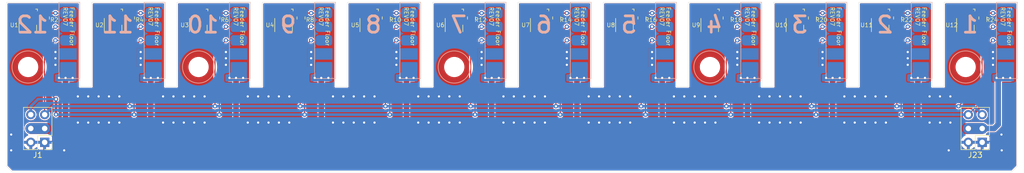
<source format=kicad_pcb>
(kicad_pcb (version 20221018) (generator pcbnew)
  (layers (0 "F.Cu" signal) (31 "B.Cu" signal) (34 "B.Paste" user) (35 "F.Paste" user) (36 "B.SilkS" user "B.Silkscreen") (37 "F.SilkS" user "F.Silkscreen") (38 "B.Mask" user) (39 "F.Mask" user) (44 "Edge.Cuts" user))
  (net 0 "")
  (net 1 "GND")
  (net 2 "1WIRE")
  (net 3 "VIN")
  (net 4 "RS-485+")
  (net 5 "RS-485-")
  (footprint "Connector_PinHeader_2.54mm:PinHeader_2x03_P2.54mm_Vertical" (layer "F.Cu") (at 28.225 50.825 180)
    (fp_text reference "J1")
    (fp_text value "IDC")
  )
  (footprint "MountingHole:MountingHole_3.2mm_M3" (layer "F.Cu") (at 25.2 37)
    (fp_text reference "H1" hide)
    (fp_text value "MountingHole")
  )
  (footprint "feeder:DS28E07_MULTI" (layer "F.Cu") (at 56.35 29.3 -90)
    (fp_text reference "U3")
    (fp_text value "DS28E07")
  )
  (footprint "Resistor_SMD:R_0805_2012Metric" (layer "F.Cu") (at 75.15 28 -90)
    (fp_text reference "R8")
    (fp_text value "1M")
  )
  (footprint "Resistor_SMD:R_0805_2012Metric" (layer "F.Cu") (at 184.35 28 -90)
    (fp_text reference "R22")
    (fp_text value "1M")
  )
  (footprint "MountingHole:MountingHole_3.2mm_M3" (layer "F.Cu") (at 150 37)
    (fp_text reference "H9" hide)
    (fp_text value "MountingHole")
  )
  (footprint "Resistor_SMD:R_0805_2012Metric" (layer "F.Cu") (at 90.75 28 -90)
    (fp_text reference "R10")
    (fp_text value "1M")
  )
  (footprint "MountingHole:MountingHole_3.2mm_M3" (layer "F.Cu") (at 103.2 37)
    (fp_text reference "H6" hide)
    (fp_text value "MountingHole")
  )
  (footprint "feeder:DS28E07_MULTI" (layer "F.Cu") (at 87.55 29.3 -90)
    (fp_text reference "U5")
    (fp_text value "DS28E07")
  )
  (footprint "feeder:DS28E07_MULTI" (layer "F.Cu") (at 118.75 29.3 -90)
    (fp_text reference "U7")
    (fp_text value "DS28E07")
  )
  (footprint "MountingHole:MountingHole_3.2mm_M3" (layer "F.Cu") (at 56.4 37)
    (fp_text reference "H3" hide)
    (fp_text value "MountingHole")
  )
  (footprint "feeder:DS28E07_MULTI" (layer "F.Cu") (at 165.55 29.3 -90)
    (fp_text reference "U10")
    (fp_text value "DS28E07")
  )
  (footprint "feeder:DS28E07_MULTI" (layer "F.Cu") (at 134.35 29.3 -90)
    (fp_text reference "U8")
    (fp_text value "DS28E07")
  )
  (footprint "feeder:DS28E07_MULTI" (layer "F.Cu") (at 71.95 29.3 -90)
    (fp_text reference "U4")
    (fp_text value "DS28E07")
  )
  (footprint "Resistor_SMD:R_0805_2012Metric" (layer "F.Cu") (at 106.35 28 -90)
    (fp_text reference "R12")
    (fp_text value "1M")
  )
  (footprint "Connector_PinHeader_2.54mm:PinHeader_2x03_P2.54mm_Vertical" (layer "F.Cu") (at 199.825 50.825 180)
    (fp_text reference "J23")
    (fp_text value "IDC")
  )
  (footprint "feeder:DS28E07_MULTI" (layer "F.Cu") (at 196.75 29.3 -90)
    (fp_text reference "U12")
    (fp_text value "DS28E07")
  )
  (footprint "feeder:DS28E07_MULTI" (layer "F.Cu") (at 149.95 29.3 -90)
    (fp_text reference "U9")
    (fp_text value "DS28E07")
  )
  (footprint "feeder:DS28E07_MULTI" (layer "F.Cu") (at 181.15 29.3 -90)
    (fp_text reference "U11")
    (fp_text value "DS28E07")
  )
  (footprint "Resistor_SMD:R_0805_2012Metric" (layer "F.Cu") (at 153.15 28 -90)
    (fp_text reference "R18")
    (fp_text value "1M")
  )
  (footprint "Resistor_SMD:R_0805_2012Metric" (layer "F.Cu") (at 43.95 28 -90)
    (fp_text reference "R4")
    (fp_text value "1M")
  )
  (footprint "MountingHole:MountingHole_3.2mm_M3" (layer "F.Cu") (at 196.8 37)
    (fp_text reference "H12" hide)
    (fp_text value "MountingHole")
  )
  (footprint "feeder:DS28E07_MULTI" (layer "F.Cu") (at 25.15 29.3 -90)
    (fp_text reference "U1")
    (fp_text value "DS28E07")
  )
  (footprint "feeder:DS28E07_MULTI" (layer "F.Cu") (at 103.15 29.3 -90)
    (fp_text reference "U6")
    (fp_text value "DS28E07")
  )
  (footprint "Resistor_SMD:R_0805_2012Metric" (layer "F.Cu") (at 121.95 28 -90)
    (fp_text reference "R14")
    (fp_text value "1M")
  )
  (footprint "Resistor_SMD:R_0805_2012Metric" (layer "F.Cu") (at 137.55 28 -90)
    (fp_text reference "R16")
    (fp_text value "1M")
  )
  (footprint "Resistor_SMD:R_0805_2012Metric" (layer "F.Cu") (at 59.55 28 -90)
    (fp_text reference "R6")
    (fp_text value "1M")
  )
  (footprint "Resistor_SMD:R_0805_2012Metric" (layer "F.Cu") (at 168.75 28 -90)
    (fp_text reference "R20")
    (fp_text value "1M")
  )
  (footprint "feeder:DS28E07_MULTI" (layer "F.Cu") (at 40.75 29.3 -90)
    (fp_text reference "U2")
    (fp_text value "DS28E07")
  )
  (footprint "Resistor_SMD:R_0805_2012Metric" (layer "F.Cu") (at 199.95 28 -90)
    (fp_text reference "R24")
    (fp_text value "1M")
  )
  (footprint "Resistor_SMD:R_0805_2012Metric" (layer "F.Cu") (at 28.35 28 -90)
    (fp_text reference "R2")
    (fp_text value "1M")
  )
  (footprint "feeder:AVX-915-005-541-Contact-Surface" (layer "B.Cu") (at 141.750114 27.113687 -90)
    (fp_text reference "J16" hide)
    (fp_text value "Conn_01x05_Female")
  )
  (footprint "feeder:AVX-915-005-541-Contact-Surface" (layer "B.Cu") (at 79.350114 27.113687 -90)
    (fp_text reference "J8" hide)
    (fp_text value "Conn_01x05_Female")
  )
  (footprint "feeder:AVX-915-005-541-Contact-Surface" (layer "B.Cu") (at 188.550114 27.113687 -90)
    (fp_text reference "J22" hide)
    (fp_text value "Conn_01x05_Female")
  )
  (footprint "feeder:AVX-915-005-541-Contact-Surface" (layer "B.Cu") (at 157.350114 27.113687 -90)
    (fp_text reference "J18" hide)
    (fp_text value "Conn_01x05_Female")
  )
  (footprint "feeder:AVX-915-005-541-Contact-Surface" (layer "B.Cu") (at 126.150114 27.113687 -90)
    (fp_text reference "J14" hide)
    (fp_text value "Conn_01x05_Female")
  )
  (footprint "feeder:AVX-915-005-541-Contact-Surface" (layer "B.Cu") (at 32.550114 27.113687 -90)
    (fp_text reference "J2" hide)
    (fp_text value "Conn_01x05_Female")
  )
  (footprint "feeder:AVX-915-005-541-Contact-Surface" (layer "B.Cu") (at 48.150114 27.113687 -90)
    (fp_text reference "J4" hide)
    (fp_text value "Conn_01x05_Female")
  )
  (footprint "feeder:AVX-915-005-541-Contact-Surface" (layer "B.Cu") (at 110.550114 27.113687 -90)
    (fp_text reference "J12" hide)
    (fp_text value "Conn_01x05_Female")
  )
  (footprint "feeder:AVX-915-005-541-Contact-Surface" (layer "B.Cu") (at 172.950114 27.113687 -90)
    (fp_text reference "J20" hide)
    (fp_text value "Conn_01x05_Female")
  )
  (footprint "feeder:AVX-915-005-541-Contact-Surface" (layer "B.Cu") (at 63.750114 27.113687 -90)
    (fp_text reference "J6" hide)
    (fp_text value "Conn_01x05_Female")
  )
  (footprint "feeder:AVX-915-005-541-Contact-Surface" (layer "B.Cu") (at 204.150114 27.113687 -90)
    (fp_text reference "J24" hide)
    (fp_text value "Conn_01x05_Female")
  )
  (footprint "feeder:AVX-915-005-541-Contact-Surface" (layer "B.Cu") (at 94.950114 27.113687 -90)
    (fp_text reference "J10" hide)
    (fp_text value "Conn_01x05_Female")
  )
  (gr_circle (center 103.2 37) (end 100.25 37) (stroke (width 0.12)) (fill none) (layer "B.SilkS"))
  (gr_circle (center 196.8 37) (end 193.85 37) (stroke (width 0.12)) (fill none) (layer "B.SilkS"))
  (gr_circle (center 56.4 37) (end 53.45 37) (stroke (width 0.12)) (fill none) (layer "B.SilkS"))
  (gr_circle (center 25.2 37) (end 22.25 37) (stroke (width 0.12)) (fill none) (layer "B.SilkS"))
  (gr_circle (center 150 37) (end 147.05 37) (stroke (width 0.12)) (fill none) (layer "B.SilkS"))
  (gr_line (start 205.25 56.2) (end 22.25 56.2) (stroke (width 0.05)) (layer "Edge.Cuts"))
  (gr_line (start 107.650114 25.113687) (end 112.650114 25.113687) (stroke (width 0.05)) (layer "Edge.Cuts"))
  (gr_line (start 190.650114 25.113687) (end 190.650114 40.6) (stroke (width 0.05)) (layer "Edge.Cuts"))
  (gr_line (start 99.25 40.6) (end 99.250114 25.113687) (stroke (width 0.05)) (layer "Edge.Cuts"))
  (gr_line (start 201.250114 25.113687) (end 206.250114 25.113687) (stroke (width 0.05)) (layer "Edge.Cuts"))
  (gr_line (start 114.85 40.6) (end 112.650114 40.6) (stroke (width 0.05)) (layer "Edge.Cuts"))
  (gr_line (start 146.05 40.6) (end 143.850114 40.6) (stroke (width 0.05)) (layer "Edge.Cuts"))
  (gr_line (start 161.65 40.6) (end 161.650114 25.113687) (stroke (width 0.05)) (layer "Edge.Cuts"))
  (gr_line (start 34.650114 25.113687) (end 34.650114 40.6) (stroke (width 0.05)) (layer "Edge.Cuts"))
  (gr_line (start 97.050114 25.113687) (end 97.050114 40.6) (stroke (width 0.05)) (layer "Edge.Cuts"))
  (gr_line (start 45.250114 25.113687) (end 36.850114 25.113687) (stroke (width 0.05)) (layer "Edge.Cuts"))
  (gr_line (start 138.850114 25.113687) (end 130.450114 25.113687) (stroke (width 0.05)) (layer "Edge.Cuts"))
  (gr_line (start 177.25 40.6) (end 177.250114 25.113687) (stroke (width 0.05)) (layer "Edge.Cuts"))
  (gr_line (start 68.05 40.6) (end 65.850114 40.6) (stroke (width 0.05)) (layer "Edge.Cuts"))
  (gr_line (start 192.85 40.6) (end 190.650114 40.6) (stroke (width 0.05)) (layer "Edge.Cuts"))
  (gr_line (start 192.85 40.6) (end 192.850114 25.113687) (stroke (width 0.05)) (layer "Edge.Cuts"))
  (gr_line (start 81.450114 25.113687) (end 81.450114 40.6) (stroke (width 0.05)) (layer "Edge.Cuts"))
  (gr_line (start 99.25 40.6) (end 97.050114 40.6) (stroke (width 0.05)) (layer "Edge.Cuts"))
  (gr_line (start 76.450114 25.113687) (end 81.450114 25.113687) (stroke (width 0.05)) (layer "Edge.Cuts"))
  (gr_line (start 170.050114 25.113687) (end 161.650114 25.113687) (stroke (width 0.05)) (layer "Edge.Cuts"))
  (gr_line (start 123.250114 25.113687) (end 128.250114 25.113687) (stroke (width 0.05)) (layer "Edge.Cuts"))
  (gr_line (start 154.450114 25.113687) (end 146.050114 25.113687) (stroke (width 0.05)) (layer "Edge.Cuts"))
  (gr_line (start 185.650114 25.113687) (end 190.650114 25.113687) (stroke (width 0.05)) (layer "Edge.Cuts"))
  (gr_line (start 60.850114 25.113687) (end 52.450114 25.113687) (stroke (width 0.05)) (layer "Edge.Cuts"))
  (gr_line (start 92.050114 25.113687) (end 83.650114 25.113687) (stroke (width 0.05)) (layer "Edge.Cuts"))
  (gr_line (start 50.250114 25.113687) (end 50.250114 40.6) (stroke (width 0.05)) (layer "Edge.Cuts"))
  (gr_line (start 130.45 40.6) (end 128.250114 40.6) (stroke (width 0.05)) (layer "Edge.Cuts"))
  (gr_line (start 206.250114 25.113687) (end 206.25 55.2) (stroke (width 0.05)) (layer "Edge.Cuts"))
  (gr_line (start 60.850114 25.113687) (end 65.850114 25.113687) (stroke (width 0.05)) (layer "Edge.Cuts"))
  (gr_line (start 161.65 40.6) (end 159.450114 40.6) (stroke (width 0.05)) (layer "Edge.Cuts"))
  (gr_line (start 45.250114 25.113687) (end 50.250114 25.113687) (stroke (width 0.05)) (layer "Edge.Cuts"))
  (gr_line (start 107.650114 25.113687) (end 99.250114 25.113687) (stroke (width 0.05)) (layer "Edge.Cuts"))
  (gr_line (start 114.85 40.6) (end 114.850114 25.113687) (stroke (width 0.05)) (layer "Edge.Cuts"))
  (gr_line (start 138.850114 25.113687) (end 143.850114 25.113687) (stroke (width 0.05)) (layer "Edge.Cuts"))
  (gr_line (start 123.250114 25.113687) (end 114.850114 25.113687) (stroke (width 0.05)) (layer "Edge.Cuts"))
  (gr_line (start 175.050114 25.113687) (end 175.050114 40.6) (stroke (width 0.05)) (layer "Edge.Cuts"))
  (gr_line (start 65.850114 25.113687) (end 65.850114 40.6) (stroke (width 0.05)) (layer "Edge.Cuts"))
  (gr_line (start 36.85 40.6) (end 36.850114 25.113687) (stroke (width 0.05)) (layer "Edge.Cuts"))
  (gr_line (start 128.250114 25.113687) (end 128.250114 40.6) (stroke (width 0.05)) (layer "Edge.Cuts"))
  (gr_line (start 205.25 56.2) (end 206.25 55.2) (stroke (width 0.05)) (layer "Edge.Cuts"))
  (gr_line (start 29.650114 25.113687) (end 21.250114 25.113687) (stroke (width 0.05)) (layer "Edge.Cuts"))
  (gr_line (start 76.450114 25.113687) (end 68.050114 25.113687) (stroke (width 0.05)) (layer "Edge.Cuts"))
  (gr_line (start 159.450114 25.113687) (end 159.450114 40.6) (stroke (width 0.05)) (layer "Edge.Cuts"))
  (gr_line (start 130.45 40.6) (end 130.450114 25.113687) (stroke (width 0.05)) (layer "Edge.Cuts"))
  (gr_line (start 177.25 40.6) (end 175.050114 40.6) (stroke (width 0.05)) (layer "Edge.Cuts"))
  (gr_line (start 201.250114 25.113687) (end 192.850114 25.113687) (stroke (width 0.05)) (layer "Edge.Cuts"))
  (gr_line (start 36.85 40.6) (end 34.650114 40.6) (stroke (width 0.05)) (layer "Edge.Cuts"))
  (gr_line (start 29.650114 25.113687) (end 34.650114 25.113687) (stroke (width 0.05)) (layer "Edge.Cuts"))
  (gr_line (start 83.65 40.6) (end 81.450114 40.6) (stroke (width 0.05)) (layer "Edge.Cuts"))
  (gr_line (start 146.05 40.6) (end 146.050114 25.113687) (stroke (width 0.05)) (layer "Edge.Cuts"))
  (gr_line (start 21.25 55.2) (end 21.250114 25.113687) (stroke (width 0.05)) (layer "Edge.Cuts"))
  (gr_line (start 21.25 55.2) (end 22.25 56.2) (stroke (width 0.05)) (layer "Edge.Cuts"))
  (gr_line (start 92.050114 25.113687) (end 97.050114 25.113687) (stroke (width 0.05)) (layer "Edge.Cuts"))
  (gr_line (start 52.45 40.6) (end 50.250114 40.6) (stroke (width 0.05)) (layer "Edge.Cuts"))
  (gr_line (start 143.850114 25.113687) (end 143.850114 40.6) (stroke (width 0.05)) (layer "Edge.Cuts"))
  (gr_line (start 170.050114 25.113687) (end 175.050114 25.113687) (stroke (width 0.05)) (layer "Edge.Cuts"))
  (gr_line (start 52.45 40.6) (end 52.450114 25.113687) (stroke (width 0.05)) (layer "Edge.Cuts"))
  (gr_line (start 185.650114 25.113687) (end 177.250114 25.113687) (stroke (width 0.05)) (layer "Edge.Cuts"))
  (gr_line (start 112.650114 25.113687) (end 112.650114 40.6) (stroke (width 0.05)) (layer "Edge.Cuts"))
  (gr_line (start 154.450114 25.113687) (end 159.450114 25.113687) (stroke (width 0.05)) (layer "Edge.Cuts"))
  (gr_line (start 83.65 40.6) (end 83.650114 25.113687) (stroke (width 0.05)) (layer "Edge.Cuts"))
  (gr_line (start 68.05 40.6) (end 68.050114 25.113687) (stroke (width 0.05)) (layer "Edge.Cuts"))
  (gr_text "1" (at 197.6 29.25) (layer "B.SilkS") (effects (font (size 3 3) (thickness 0.5)) (justify mirror)))
  (gr_text "8" (at 88.4 29.25) (layer "B.SilkS") (effects (font (size 3 3) (thickness 0.5)) (justify mirror)))
  (gr_text "5" (at 135.2 29.25) (layer "B.SilkS") (effects (font (size 3 3) (thickness 0.5)) (justify mirror)))
  (gr_text "10" (at 57.2 29.25) (layer "B.SilkS") (effects (font (size 3 3) (thickness 0.5)) (justify mirror)))
  (gr_text "11" (at 41.6 29.25) (layer "B.SilkS") (effects (font (size 3 3) (thickness 0.5)) (justify mirror)))
  (gr_text "9" (at 72.8 29.25) (layer "B.SilkS") (effects (font (size 3 3) (thickness 0.5)) (justify mirror)))
  (gr_text "3" (at 166.4 29.25) (layer "B.SilkS") (effects (font (size 3 3) (thickness 0.5)) (justify mirror)))
  (gr_text "6" (at 119.6 29.25) (layer "B.SilkS") (effects (font (size 3 3) (thickness 0.5)) (justify mirror)))
  (gr_text "7" (at 104 29.25) (layer "B.SilkS") (effects (font (size 3 3) (thickness 0.5)) (justify mirror)))
  (gr_text "4" (at 150.8 29.25) (layer "B.SilkS") (effects (font (size 3 3) (thickness 0.5)) (justify mirror)))
  (gr_text "2" (at 182 29.25) (layer "B.SilkS") (effects (font (size 3 3) (thickness 0.5)) (justify mirror)))
  (gr_text "12" (at 26 29.25) (layer "B.SilkS") (effects (font (size 3 3) (thickness 0.5)) (justify mirror)))
  (gr_text "Feeder Floor\nREV07" (at 204.2 25.9 -90) (layer "F.SilkS") (effects (font (size 0.75 0.75) (thickness 0.1)) (justify left)))
  (gr_text "Feeder Floor\nREV07" (at 188.6 25.9 -90) (layer "F.SilkS") (effects (font (size 0.75 0.75) (thickness 0.1)) (justify left)))
  (gr_text "Feeder Floor\nREV07" (at 63.8 25.9 -90) (layer "F.SilkS") (effects (font (size 0.75 0.75) (thickness 0.1)) (justify left)))
  (gr_text "Feeder Floor\nREV07" (at 79.4 25.9 -90) (layer "F.SilkS") (effects (font (size 0.75 0.75) (thickness 0.1)) (justify left)))
  (gr_text "Feeder Floor\nREV07" (at 95 25.9 -90) (layer "F.SilkS") (effects (font (size 0.75 0.75) (thickness 0.1)) (justify left)))
  (gr_text "Feeder Floor\nREV07" (at 32.6 25.9 -90) (layer "F.SilkS") (effects (font (size 0.75 0.75) (thickness 0.1)) (justify left)))
  (gr_text "Feeder Floor\nREV07" (at 110.6 25.9 -90) (layer "F.SilkS") (effects (font (size 0.75 0.75) (thickness 0.1)) (justify left)))
  (gr_text "Feeder Floor\nREV07" (at 173 25.9 -90) (layer "F.SilkS") (effects (font (size 0.75 0.75) (thickness 0.1)) (justify left)))
  (gr_text "Feeder Floor\nREV07" (at 141.8 25.9 -90) (layer "F.SilkS") (effects (font (size 0.75 0.75) (thickness 0.1)) (justify left)))
  (gr_text "Feeder Floor\nREV07" (at 126.2 25.9 -90) (layer "F.SilkS") (effects (font (size 0.75 0.75) (thickness 0.1)) (justify left)))
  (gr_text "Feeder Floor\nREV07" (at 48.2 25.9 -90) (layer "F.SilkS") (effects (font (size 0.75 0.75) (thickness 0.1)) (justify left)))
  (gr_text "Feeder Floor\nREV07" (at 157.4 25.9 -90) (layer "F.SilkS") (effects (font (size 0.75 0.75) (thickness 0.1)) (justify left)))
  (segment (start 168.75 28.9125) (end 168.5625 28.9125) (width 0.5) (layer "F.Cu") (net 1))
  (segment (start 90.5625 28.9125) (end 89.375481 27.725481) (width 0.5) (layer "F.Cu") (net 1))
  (segment (start 42.575481 27.725481) (end 41.75 27.725481) (width 0.5) (layer "F.Cu") (net 1))
  (segment (start 198.575481 27.725481) (end 197.75 27.725481) (width 0.5) (layer "F.Cu") (net 1))
  (segment (start 199.95 28.9125) (end 199.7625 28.9125) (width 0.5) (layer "F.Cu") (net 1))
  (segment (start 137.55 28.9125) (end 137.3625 28.9125) (width 0.5) (layer "F.Cu") (net 1))
  (segment (start 26.975481 27.725481) (end 26.15 27.725481) (width 0.5) (layer "F.Cu") (net 1))
  (segment (start 121.7625 28.9125) (end 120.575481 27.725481) (width 0.5) (layer "F.Cu") (net 1))
  (segment (start 184.1625 28.9125) (end 182.975481 27.725481) (width 0.5) (layer "F.Cu") (net 1))
  (segment (start 136.175481 27.725481) (end 135.35 27.725481) (width 0.5) (layer "F.Cu") (net 1))
  (segment (start 106.35 28.9125) (end 106.1625 28.9125) (width 0.5) (layer "F.Cu") (net 1))
  (segment (start 184.35 28.9125) (end 184.1625 28.9125) (width 0.5) (layer "F.Cu") (net 1))
  (segment (start 153.15 28.9125) (end 152.9625 28.9125) (width 0.5) (layer "F.Cu") (net 1))
  (segment (start 74.9625 28.9125) (end 73.775481 27.725481) (width 0.5) (layer "F.Cu") (net 1))
  (segment (start 121.95 28.9125) (end 121.7625 28.9125) (width 0.5) (layer "F.Cu") (net 1))
  (segment (start 151.775481 27.725481) (end 150.95 27.725481) (width 0.5) (layer "F.Cu") (net 1))
  (segment (start 168.5625 28.9125) (end 167.375481 27.725481) (width 0.5) (layer "F.Cu") (net 1))
  (segment (start 199.7625 28.9125) (end 198.575481 27.725481) (width 0.5) (layer "F.Cu") (net 1))
  (segment (start 106.1625 28.9125) (end 104.975481 27.725481) (width 0.5) (layer "F.Cu") (net 1))
  (segment (start 182.975481 27.725481) (end 182.15 27.725481) (width 0.5) (layer "F.Cu") (net 1))
  (segment (start 89.375481 27.725481) (end 88.55 27.725481) (width 0.5) (layer "F.Cu") (net 1))
  (segment (start 152.9625 28.9125) (end 151.775481 27.725481) (width 0.5) (layer "F.Cu") (net 1))
  (segment (start 28.35 28.9125) (end 28.1625 28.9125) (width 0.5) (layer "F.Cu") (net 1))
  (segment (start 90.75 28.9125) (end 90.5625 28.9125) (width 0.5) (layer "F.Cu") (net 1))
  (segment (start 137.3625 28.9125) (end 136.175481 27.725481) (width 0.5) (layer "F.Cu") (net 1))
  (segment (start 43.7625 28.9125) (end 42.575481 27.725481) (width 0.5) (layer "F.Cu") (net 1))
  (segment (start 167.375481 27.725481) (end 166.55 27.725481) (width 0.5) (layer "F.Cu") (net 1))
  (segment (start 104.975481 27.725481) (end 104.15 27.725481) (width 0.5) (layer "F.Cu") (net 1))
  (segment (start 73.775481 27.725481) (end 72.95 27.725481) (width 0.5) (layer "F.Cu") (net 1))
  (segment (start 28.1625 28.9125) (end 26.975481 27.725481) (width 0.5) (layer "F.Cu") (net 1))
  (segment (start 58.175481 27.725481) (end 57.35 27.725481) (width 0.5) (layer "F.Cu") (net 1))
  (segment (start 59.55 28.9125) (end 59.3625 28.9125) (width 0.5) (layer "F.Cu") (net 1))
  (segment (start 75.15 28.9125) (end 74.9625 28.9125) (width 0.5) (layer "F.Cu") (net 1))
  (segment (start 120.575481 27.725481) (end 119.75 27.725481) (width 0.5) (layer "F.Cu") (net 1))
  (segment (start 43.95 28.9125) (end 43.7625 28.9125) (width 0.5) (layer "F.Cu") (net 1))
  (segment (start 59.3625 28.9125) (end 58.175481 27.725481) (width 0.5) (layer "F.Cu") (net 1))
  (via (at 96.6 47.2) (size 0.8) (drill 0.4) (layers "F.Cu" "B.Cu") (net 1))
  (via (at 176.5 47.2) (size 0.8) (drill 0.4) (layers "F.Cu" "B.Cu") (net 1))
  (via (at 40 47.2) (size 0.8) (drill 0.4) (layers "F.Cu" "B.Cu") (net 1))
  (via (at 178.4 47.2) (size 0.8) (drill 0.4) (layers "F.Cu" "B.Cu") (net 1))
  (via (at 180.3 47.2) (size 0.8) (drill 0.4) (layers "F.Cu" "B.Cu") (net 1))
  (via (at 77 34.25) (size 0.8) (drill 0.4) (layers "F.Cu" "B.Cu") (net 1))
  (via (at 108.2 34.25) (size 0.8) (drill 0.4) (layers "F.Cu" "B.Cu") (net 1))
  (via (at 82.9 47.2) (size 0.8) (drill 0.4) (layers "F.Cu" "B.Cu") (net 1))
  (via (at 170.6 35.4) (size 0.8) (drill 0.4) (layers "F.Cu" "B.Cu") (net 1))
  (via (at 34.3 42.4) (size 0.8) (drill 0.4) (layers "F.Cu" "B.Cu") (net 1))
  (via (at 96.6 42.4) (size 0.8) (drill 0.4) (layers "F.Cu" "B.Cu") (net 1))
  (via (at 36.2 42.4) (size 0.8) (drill 0.4) (layers "F.Cu" "B.Cu") (net 1))
  (via (at 166.6 42.4) (size 0.8) (drill 0.4) (layers "F.Cu" "B.Cu") (net 1))
  (via (at 40 42.4) (size 0.8) (drill 0.4) (layers "F.Cu" "B.Cu") (net 1))
  (via (at 133.5 47.2) (size 0.8) (drill 0.4) (layers "F.Cu" "B.Cu") (net 1))
  (via (at 55.6 42.4) (size 0.8) (drill 0.4) (layers "F.Cu" "B.Cu") (net 1))
  (via (at 186.2 34.25) (size 0.8) (drill 0.4) (layers "F.Cu" "B.Cu") (net 1))
  (via (at 151 42.4) (size 0.8) (drill 0.4) (layers "F.Cu" "B.Cu") (net 1))
  (via (at 104.2 47.2) (size 0.8) (drill 0.4) (layers "F.Cu" "B.Cu") (net 1))
  (via (at 192.1 42.4) (size 0.8) (drill 0.4) (layers "F.Cu" "B.Cu") (net 1))
  (via (at 123.8 35.4) (size 0.8) (drill 0.4) (layers "F.Cu" "B.Cu") (net 1))
  (via (at 98.5 47.2) (size 0.8) (drill 0.4) (layers "F.Cu" "B.Cu") (net 1))
  (via (at 92.6 34.25) (size 0.8) (drill 0.4) (layers "F.Cu" "B.Cu") (net 1))
  (via (at 162.8 42.4) (size 0.8) (drill 0.4) (layers "F.Cu" "B.Cu") (net 1))
  (via (at 186.2 35.4) (size 0.8) (drill 0.4) (layers "F.Cu" "B.Cu") (net 1))
  (via (at 139.4 34.25) (size 0.8) (drill 0.4) (layers "F.Cu" "B.Cu") (net 1))
  (via (at 174.6 47.2) (size 0.8) (drill 0.4) (layers "F.Cu" "B.Cu") (net 1))
  (via (at 182.2 42.4) (size 0.8) (drill 0.4) (layers "F.Cu" "B.Cu") (net 1))
  (via (at 41.9 42.4) (size 0.8) (drill 0.4) (layers "F.Cu" "B.Cu") (net 1))
  (via (at 41.9 47.2) (size 0.8) (drill 0.4) (layers "F.Cu" "B.Cu") (net 1))
  (via (at 71.1 42.4) (size 0.8) (drill 0.4) (layers "F.Cu" "B.Cu") (net 1))
  (via (at 166.6 47.2) (size 0.8) (drill 0.4) (layers "F.Cu" "B.Cu") (net 1))
  (via (at 49.9 42.4) (size 0.8) (drill 0.4) (layers "F.Cu" "B.Cu") (net 1))
  (via (at 49.9 47.2) (size 0.8) (drill 0.4) (layers "F.Cu" "B.Cu") (net 1))
  (via (at 145.3 47.2) (size 0.8) (drill 0.4) (layers "F.Cu" "B.Cu") (net 1))
  (via (at 38.1 47.2) (size 0.8) (drill 0.4) (layers "F.Cu" "B.Cu") (net 1))
  (via (at 135.4 42.4) (size 0.8) (drill 0.4) (layers "F.Cu" "B.Cu") (net 1))
  (via (at 30.2 36.6) (size 0.8) (drill 0.4) (layers "F.Cu" "B.Cu") (net 1))
  (via (at 145.3 42.4) (size 0.8) (drill 0.4) (layers "F.Cu" "B.Cu") (net 1))
  (via (at 159 47.2) (size 0.8) (drill 0.4) (layers "F.Cu" "B.Cu") (net 1))
  (via (at 81 47.2) (size 0.8) (drill 0.4) (layers "F.Cu" "B.Cu") (net 1))
  (via (at 116 42.4) (size 0.8) (drill 0.4) (layers "F.Cu" "B.Cu") (net 1))
  (via (at 155 36.6) (size 0.8) (drill 0.4) (layers "F.Cu" "B.Cu") (net 1))
  (via (at 139.4 35.4) (size 0.8) (drill 0.4) (layers "F.Cu" "B.Cu") (net 1))
  (via (at 151 47.2) (size 0.8) (drill 0.4) (layers "F.Cu" "B.Cu") (net 1))
  (via (at 30.2 34.25) (size 0.8) (drill 0.4) (layers "F.Cu" "B.Cu") (net 1))
  (via (at 34.3 47.2) (size 0.8) (drill 0.4) (layers "F.Cu" "B.Cu") (net 1))
  (via (at 203.4 52.3) (size 0.8) (drill 0.4) (layers "F.Cu" "B.Cu") (net 1))
  (via (at 88.6 42.4) (size 0.8) (drill 0.4) (layers "F.Cu" "B.Cu") (net 1))
  (via (at 192.1 47.2) (size 0.8) (drill 0.4) (layers "F.Cu" "B.Cu") (net 1))
  (via (at 160.9 42.4) (size 0.8) (drill 0.4) (layers "F.Cu" "B.Cu") (net 1))
  (via (at 194 47.2) (size 0.8) (drill 0.4) (layers "F.Cu" "B.Cu") (net 1))
  (via (at 30.2 35.4) (size 0.8) (drill 0.4) (layers "F.Cu" "B.Cu") (net 1))
  (via (at 203.35 49.4) (size 0.8) (drill 0.4) (layers "F.Cu" "B.Cu") (net 1))
  (via (at 176.5 42.4) (size 0.8) (drill 0.4) (layers "F.Cu" "B.Cu") (net 1))
  (via (at 139.4 36.6) (size 0.8) (drill 0.4) (layers "F.Cu" "B.Cu") (net 1))
  (via (at 127.8 47.2) (size 0.8) (drill 0.4) (layers "F.Cu" "B.Cu") (net 1))
  (via (at 182.2 47.2) (size 0.8) (drill 0.4) (layers "F.Cu" "B.Cu") (net 1))
  (via (at 55.6 47.2) (size 0.8) (drill 0.4) (layers "F.Cu" "B.Cu") (net 1))
  (via (at 104.2 42.4) (size 0.8) (drill 0.4) (layers "F.Cu" "B.Cu") (net 1))
  (via (at 57.5 42.4) (size 0.8) (drill 0.4) (layers "F.Cu" "B.Cu") (net 1))
  (via (at 129.7 47.2) (size 0.8) (drill 0.4) (layers "F.Cu" "B.Cu") (net 1))
  (via (at 119.8 42.4) (size 0.8) (drill 0.4) (layers "F.Cu" "B.Cu") (net 1))
  (via (at 51.8 47.2) (size 0.8) (drill 0.4) (layers "F.Cu" "B.Cu") (net 1))
  (via (at 61.4 36.6) (size 0.8) (drill 0.4) (layers "F.Cu" "B.Cu") (net 1))
  (via (at 123.8 36.6) (size 0.8) (drill 0.4) (layers "F.Cu" "B.Cu") (net 1))
  (via (at 38.1 42.4) (size 0.8) (drill 0.4) (layers "F.Cu" "B.Cu") (net 1))
  (via (at 67.3 47.2) (size 0.8) (drill 0.4) (layers "F.Cu" "B.Cu") (net 1))
  (via (at 51.8 42.4) (size 0.8) (drill 0.4) (layers "F.Cu" "B.Cu") (net 1))
  (via (at 108.2 35.4) (size 0.8) (drill 0.4) (layers "F.Cu" "B.Cu") (net 1))
  (via (at 160.9 47.2) (size 0.8) (drill 0.4) (layers "F.Cu" "B.Cu") (net 1))
  (via (at 65.4 47.2) (size 0.8) (drill 0.4) (layers "F.Cu" "B.Cu") (net 1))
  (via (at 86.7 42.4) (size 0.8) (drill 0.4) (layers "F.Cu" "B.Cu") (net 1))
  (via (at 119.8 47.2) (size 0.8) (drill 0.4) (layers "F.Cu" "B.Cu") (net 1))
  (via (at 155 35.4) (size 0.8) (drill 0.4) (layers "F.Cu" "B.Cu") (net 1))
  (via (at 174.6 42.4) (size 0.8) (drill 0.4) (layers "F.Cu" "B.Cu") (net 1))
  (via (at 159 42.4) (size 0.8) (drill 0.4) (layers "F.Cu" "B.Cu") (net 1))
  (via (at 100.4 42.4) (size 0.8) (drill 0.4) (layers "F.Cu" "B.Cu") (net 1))
  (via (at 131.6 47.2) (size 0.8) (drill 0.4) (layers "F.Cu" "B.Cu") (net 1))
  (via (at 201.8 34.25) (size 0.8) (drill 0.4) (layers "F.Cu" "B.Cu") (net 1))
  (via (at 92.6 35.4) (size 0.8) (drill 0.4) (layers "F.Cu" "B.Cu") (net 1))
  (via (at 201.8 35.4) (size 0.8) (drill 0.4) (layers "F.Cu" "B.Cu") (net 1))
  (via (at 71.1 47.2) (size 0.8) (drill 0.4) (layers "F.Cu" "B.Cu") (net 1))
  (via (at 186.2 36.6) (size 0.8) (drill 0.4) (layers "F.Cu" "B.Cu") (net 1))
  (via (at 147.2 42.4) (size 0.8) (drill 0.4) (layers "F.Cu" "B.Cu") (net 1))
  (via (at 108.2 36.6) (size 0.8) (drill 0.4) (layers "F.Cu" "B.Cu") (net 1))
  (via (at 100.4 47.2) (size 0.8) (drill 0.4) (layers "F.Cu" "B.Cu") (net 1))
  (via (at 149.1 47.2) (size 0.8) (drill 0.4) (layers "F.Cu" "B.Cu") (net 1))
  (via (at 98.5 42.4) (size 0.8) (drill 0.4) (layers "F.Cu" "B.Cu") (net 1))
  (via (at 53.7 47.2) (size 0.8) (drill 0.4) (layers "F.Cu" "B.Cu") (net 1))
  (via (at 131.6 42.4) (size 0.8) (drill 0.4) (layers "F.Cu" "B.Cu") (net 1))
  (via (at 116 47.2) (size 0.8) (drill 0.4) (layers "F.Cu" "B.Cu") (net 1))
  (via (at 190.2 42.4) (size 0.8) (drill 0.4) (layers "F.Cu" "B.Cu") (net 1))
  (via (at 133.5 42.4) (size 0.8) (drill 0.4) (layers "F.Cu" "B.Cu") (net 1))
  (via (at 84.8 42.4) (size 0.8) (drill 0.4) (layers "F.Cu" "B.Cu") (net 1))
  (via (at 92.6 36.6) (size 0.8) (drill 0.4) (layers "F.Cu" "B.Cu") (net 1))
  (via (at 82.9 42.4) (size 0.8) (drill 0.4) (layers "F.Cu" "B.Cu") (net 1))
  (via (at 88.6 47.2) (size 0.8) (drill 0.4) (layers "F.Cu" "B.Cu") (net 1))
  (via (at 69.2 47.2) (size 0.8) (drill 0.4) (layers "F.Cu" "B.Cu") (net 1))
  (via (at 81 42.4) (size 0.8) (drill 0.4) (layers "F.Cu" "B.Cu") (net 1))
  (via (at 194 42.4) (size 0.8) (drill 0.4) (layers "F.Cu" "B.Cu") (net 1))
  (via (at 112.2 42.4) (size 0.8) (drill 0.4) (layers "F.Cu" "B.Cu") (net 1))
  (via (at 155 34.25) (size 0.8) (drill 0.4) (layers "F.Cu" "B.Cu") (net 1))
  (via (at 147.2 47.2) (size 0.8) (drill 0.4) (layers "F.Cu" "B.Cu") (net 1))
  (via (at 143.4 47.2) (size 0.8) (drill 0.4) (layers "F.Cu" "B.Cu") (net 1))
  (via (at 86.7 47.2) (size 0.8) (drill 0.4) (layers "F.Cu" "B.Cu") (net 1))
  (via (at 190.2 47.2) (size 0.8) (drill 0.4) (layers "F.Cu" "B.Cu") (net 1))
  (via (at 164.7 47.2) (size 0.8) (drill 0.4) (layers "F.Cu" "B.Cu") (net 1))
  (via (at 102.3 42.4) (size 0.8) (drill 0.4) (layers "F.Cu" "B.Cu") (net 1))
  (via (at 170.6 36.6) (size 0.8) (drill 0.4) (layers "F.Cu" "B.Cu") (net 1))
  (via (at 178.4 42.4) (size 0.8) (drill 0.4) (layers "F.Cu" "B.Cu") (net 1))
  (via (at 57.5 47.2) (size 0.8) (drill 0.4) (layers "F.Cu" "B.Cu") (net 1))
  (via (at 31.8 52.3) (size 0.8) (drill 0.4) (layers "F.Cu" "B.Cu") (net 1))
  (via (at 112.2 47.2) (size 0.8) (drill 0.4) (layers "F.Cu" "B.Cu") (net 1))
  (via (at 77 36.6) (size 0.8) (drill 0.4) (layers "F.Cu" "B.Cu") (net 1))
  (via (at 61.4 35.4) (size 0.8) (drill 0.4) (layers "F.Cu" "B.Cu") (net 1))
  (via (at 127.8 42.4) (size 0.8) (drill 0.4) (layers "F.Cu" "B.Cu") (net 1))
  (via (at 36.2 47.2) (size 0.8) (drill 0.4) (layers "F.Cu" "B.Cu") (net 1))
  (via (at 73 42.4) (size 0.8) (drill 0.4) (layers "F.Cu" "B.Cu") (net 1))
  (via (at 22.1 49.4) (size 0.8) (drill 0.4) (layers "F.Cu" "B.Cu") (net 1))
  (via (at 45.8 34.25) (size 0.8) (drill 0.4) (layers "F.Cu" "B.Cu") (net 1))
  (via (at 162.8 47.2) (size 0.8) (drill 0.4) (layers "F.Cu" "B.Cu") (net 1))
  (via (at 53.7 42.4) (size 0.8) (drill 0.4) (layers "F.Cu" "B.Cu") (net 1))
  (via (at 114.1 42.4) (size 0.8) (drill 0.4) (layers "F.Cu" "B.Cu") (net 1))
  (via (at 143.4 42.4) (size 0.8) (drill 0.4) (layers "F.Cu" "B.Cu") (net 1))
  (via (at 102.3 47.2) (size 0.8) (drill 0.4) (layers "F.Cu" "B.Cu") (net 1))
  (via (at 114.1 47.2) (size 0.8) (drill 0.4) (layers "F.Cu" "B.Cu") (net 1))
  (via (at 84.8 47.2) (size 0.8) (drill 0.4) (layers "F.Cu" "B.Cu") (net 1))
  (via (at 117.9 47.2) (size 0.8) (drill 0.4) (layers "F.Cu" "B.Cu") (net 1))
  (via (at 170.6 34.25) (size 0.8) (drill 0.4) (layers "F.Cu" "B.Cu") (net 1))
  (via (at 45.8 36.6) (size 0.8) (drill 0.4) (layers "F.Cu" "B.Cu") (net 1))
  (via (at 65.4 42.4) (size 0.8) (drill 0.4) (layers "F.Cu" "B.Cu") (net 1))
  (via (at 164.7 42.4) (size 0.8) (drill 0.4) (layers "F.Cu" "B.Cu") (net 1))
  (via (at 22.1 52.3) (size 0.8) (drill 0.4) (layers "F.Cu" "B.Cu") (net 1))
  (via (at 73 47.2) (size 0.8) (drill 0.4) (layers "F.Cu" "B.Cu") (net 1))
  (via (at 193.7 52.3) (size 0.8) (drill 0.4) (layers "F.Cu" "B.Cu") (net 1))
  (via (at 180.3 42.4) (size 0.8) (drill 0.4) (layers "F.Cu" "B.Cu") (net 1))
  (via (at 135.4 47.2) (size 0.8) (drill 0.4) (layers "F.Cu" "B.Cu") (net 1))
  (via (at 77 35.4) (size 0.8) (drill 0.4) (layers "F.Cu" "B.Cu") (net 1))
  (via (at 201.8 36.6) (size 0.8) (drill 0.4) (layers "F.Cu" "B.Cu") (net 1))
  (via (at 149.1 42.4) (size 0.8) (drill 0.4) (layers "F.Cu" "B.Cu") (net 1))
  (via (at 61.4 34.25) (size 0.8) (drill 0.4) (layers "F.Cu" "B.Cu") (net 1))
  (via (at 67.3 42.4) (size 0.8) (drill 0.4) (layers "F.Cu" "B.Cu") (net 1))
  (via (at 69.2 42.4) (size 0.8) (drill 0.4) (layers "F.Cu" "B.Cu") (net 1))
  (via (at 129.7 42.4) (size 0.8) (drill 0.4) (layers "F.Cu" "B.Cu") (net 1))
  (via (at 45.8 35.4) (size 0.8) (drill 0.4) (layers "F.Cu" "B.Cu") (net 1))
  (via (at 123.8 34.25) (size 0.8) (drill 0.4) (layers "F.Cu" "B.Cu") (net 1))
  (via (at 117.9 42.4) (size 0.8) (drill 0.4) (layers "F.Cu" "B.Cu") (net 1))
  (segment (start 149.95 27.85) (end 149.95 26.85) (width 0.25) (layer "F.Cu") (net 2))
  (segment (start 75.1625 27.1) (end 75.15 27.0875) (width 0.25) (layer "F.Cu") (net 2))
  (segment (start 121.9625 27.1) (end 121.95 27.0875) (width 0.25) (layer "F.Cu") (net 2))
  (segment (start 120.9625 26.1) (end 121.95 27.0875) (width 0.25) (layer "F.Cu") (net 2))
  (segment (start 149.95 26.85) (end 150.7 26.1) (width 0.25) (layer "F.Cu") (net 2))
  (segment (start 74.1625 26.1) (end 75.15 27.0875) (width 0.25) (layer "F.Cu") (net 2))
  (segment (start 119.5 26.1) (end 120.9625 26.1) (width 0.25) (layer "F.Cu") (net 2))
  (segment (start 40.75 26.85) (end 41.5 26.1) (width 0.25) (layer "F.Cu") (net 2))
  (segment (start 88.3 26.1) (end 89.7625 26.1) (width 0.25) (layer "F.Cu") (net 2))
  (segment (start 155 27.1) (end 153.1625 27.1) (width 0.25) (layer "F.Cu") (net 2))
  (segment (start 87.55 26.85) (end 88.3 26.1) (width 0.25) (layer "F.Cu") (net 2))
  (segment (start 170.6 27.1) (end 168.7625 27.1) (width 0.25) (layer "F.Cu") (net 2))
  (segment (start 139.4 27.1) (end 137.5625 27.1) (width 0.25) (layer "F.Cu") (net 2))
  (segment (start 61.4 27.1) (end 59.5625 27.1) (width 0.25) (layer "F.Cu") (net 2))
  (segment (start 90.7625 27.1) (end 90.75 27.0875) (width 0.25) (layer "F.Cu") (net 2))
  (segment (start 134.35 27.85) (end 134.35 26.85) (width 0.25) (layer "F.Cu") (net 2))
  (segment (start 123.8 27.1) (end 121.9625 27.1) (width 0.25) (layer "F.Cu") (net 2))
  (segment (start 58.5625 26.1) (end 59.55 27.0875) (width 0.25) (layer "F.Cu") (net 2))
  (segment (start 56.35 27.85) (end 56.35 26.85) (width 0.25) (layer "F.Cu") (net 2))
  (segment (start 137.5625 27.1) (end 137.55 27.0875) (width 0.25) (layer "F.Cu") (net 2))
  (segment (start 134.35 26.85) (end 135.1 26.1) (width 0.25) (layer "F.Cu") (net 2))
  (segment (start 199.9625 27.1) (end 199.95 27.0875) (width 0.25) (layer "F.Cu") (net 2))
  (segment (start 45.8 27.1) (end 43.9625 27.1) (width 0.25) (layer "F.Cu") (net 2))
  (segment (start 201.8 27.1) (end 199.9625 27.1) (width 0.25) (layer "F.Cu") (net 2))
  (segment (start 41.5 26.1) (end 42.9625 26.1) (width 0.25) (layer "F.Cu") (net 2))
  (segment (start 25.15 27.85) (end 25.15 26.85) (width 0.25) (layer "F.Cu") (net 2))
  (segment (start 181.15 26.85) (end 181.9 26.1) (width 0.25) (layer "F.Cu") (net 2))
  (segment (start 92.6 27.1) (end 90.7625 27.1) (width 0.25) (layer "F.Cu") (net 2))
  (segment (start 118.75 26.85) (end 119.5 26.1) (width 0.25) (layer "F.Cu") (net 2))
  (segment (start 136.5625 26.1) (end 137.55 27.0875) (width 0.25) (layer "F.Cu") (net 2))
  (segment (start 118.75 27.85) (end 118.75 26.85) (width 0.25) (layer "F.Cu") (net 2))
  (segment (start 103.15 27.85) (end 103.15 26.85) (width 0.25) (layer "F.Cu") (net 2))
  (segment (start 57.1 26.1) (end 58.5625 26.1) (width 0.25) (layer "F.Cu") (net 2))
  (segment (start 40.75 27.85) (end 40.75 26.85) (width 0.25) (layer "F.Cu") (net 2))
  (segment (start 181.9 26.1) (end 183.3625 26.1) (width 0.25) (layer "F.Cu") (net 2))
  (segment (start 30.2 27.1) (end 28.3625 27.1) (width 0.25) (layer "F.Cu") (net 2))
  (segment (start 196.75 27.85) (end 196.75 26.85) (width 0.25) (layer "F.Cu") (net 2))
  (segment (start 186.2 27.1) (end 184.3625 27.1) (width 0.25) (layer "F.Cu") (net 2))
  (segment (start 27.3625 26.1) (end 28.35 27.0875) (width 0.25) (layer "F.Cu") (net 2))
  (segment (start 71.95 27.85) (end 71.95 26.85) (width 0.25) (layer "F.Cu") (net 2))
  (segment (start 43.9625 27.1) (end 43.95 27.0875) (width 0.25) (layer "F.Cu") (net 2))
  (segment (start 71.95 26.85) (end 72.7 26.1) (width 0.25) (layer "F.Cu") (net 2))
  (segment (start 59.5625 27.1) (end 59.55 27.0875) (width 0.25) (layer "F.Cu") (net 2))
  (segment (start 77 27.1) (end 75.1625 27.1) (width 0.25) (layer "F.Cu") (net 2))
  (segment (start 103.9 26.1) (end 105.3625 26.1) (width 0.25) (layer "F.Cu") (net 2))
  (segment (start 184.3625 27.1) (end 184.35 27.0875) (width 0.25) (layer "F.Cu") (net 2))
  (segment (start 198.9625 26.1) (end 199.95 27.0875) (width 0.25) (layer "F.Cu") (net 2))
  (segment (start 89.7625 26.1) (end 90.75 27.0875) (width 0.25) (layer "F.Cu") (net 2))
  (segment (start 197.5 26.1) (end 198.9625 26.1) (width 0.25) (layer "F.Cu") (net 2))
  (segment (start 152.1625 26.1) (end 153.15 27.0875) (width 0.25) (layer "F.Cu") (net 2))
  (segment (start 165.55 27.85) (end 165.55 26.85) (width 0.25) (layer "F.Cu") (net 2))
  (segment (start 150.7 26.1) (end 152.1625 26.1) (width 0.25) (layer "F.Cu") (net 2))
  (segment (start 181.15 27.85) (end 181.15 26.85) (width 0.25) (layer "F.Cu") (net 2))
  (segment (start 108.2 27.1) (end 106.3625 27.1) (width 0.25) (layer "F.Cu") (net 2))
  (segment (start 106.3625 27.1) (end 106.35 27.0875) (width 0.25) (layer "F.Cu") (net 2))
  (segment (start 183.3625 26.1) (end 184.35 27.0875) (width 0.25) (layer "F.Cu") (net 2))
  (segment (start 25.9 26.1) (end 27.3625 26.1) (width 0.25) (layer "F.Cu") (net 2))
  (segment (start 168.7625 27.1) (end 168.75 27.0875) (width 0.25) (layer "F.Cu") (net 2))
  (segment (start 167.7625 26.1) (end 168.75 27.0875) (width 0.25) (layer "F.Cu") (net 2))
  (segment (start 87.55 27.85) (end 87.55 26.85) (width 0.25) (layer "F.Cu") (net 2))
  (segment (start 105.3625 26.1) (end 106.35 27.0875) (width 0.25) (layer "F.Cu") (net 2))
  (segment (start 165.55 26.85) (end 166.3 26.1) (width 0.25) (layer "F.Cu") (net 2))
  (segment (start 56.35 26.85) (end 57.1 26.1) (width 0.25) (layer "F.Cu") (net 2))
  (segment (start 153.1625 27.1) (end 153.15 27.0875) (width 0.25) (layer "F.Cu") (net 2))
  (segment (start 166.3 26.1) (end 167.7625 26.1) (width 0.25) (layer "F.Cu") (net 2))
  (segment (start 28.3625 27.1) (end 28.35 27.0875) (width 0.25) (layer "F.Cu") (net 2))
  (segment (start 25.15 26.85) (end 25.9 26.1) (width 0.25) (layer "F.Cu") (net 2))
  (segment (start 42.9625 26.1) (end 43.95 27.0875) (width 0.25) (layer "F.Cu") (net 2))
  (segment (start 103.15 26.85) (end 103.9 26.1) (width 0.25) (layer "F.Cu") (net 2))
  (segment (start 72.7 26.1) (end 74.1625 26.1) (width 0.25) (layer "F.Cu") (net 2))
  (segment (start 196.75 26.85) (end 197.5 26.1) (width 0.25) (layer "F.Cu") (net 2))
  (segment (start 135.1 26.1) (end 136.5625 26.1) (width 0.25) (layer "F.Cu") (net 2))
  (via (at 170.6 27.1) (size 0.8) (drill 0.4) (layers "F.Cu" "B.Cu") (net 2))
  (via (at 45.8 27.1) (size 0.8) (drill 0.4) (layers "F.Cu" "B.Cu") (net 2))
  (via (at 61.4 27.1) (size 0.8) (drill 0.4) (layers "F.Cu" "B.Cu") (net 2))
  (via (at 77 27.1) (size 0.8) (drill 0.4) (layers "F.Cu" "B.Cu") (net 2))
  (via (at 201.8 27.1) (size 0.8) (drill 0.4) (layers "F.Cu" "B.Cu") (net 2))
  (via (at 155 27.1) (size 0.8) (drill 0.4) (layers "F.Cu" "B.Cu") (net 2))
  (via (at 30.2 27.1) (size 0.8) (drill 0.4) (layers "F.Cu" "B.Cu") (net 2))
  (via (at 108.2 27.1) (size 0.8) (drill 0.4) (layers "F.Cu" "B.Cu") (net 2))
  (via (at 186.2 27.1) (size 0.8) (drill 0.4) (layers "F.Cu" "B.Cu") (net 2))
  (via (at 139.4 27.1) (size 0.8) (drill 0.4) (layers "F.Cu" "B.Cu") (net 2))
  (via (at 92.6 27.1) (size 0.8) (drill 0.4) (layers "F.Cu" "B.Cu") (net 2))
  (via (at 123.8 27.1) (size 0.8) (drill 0.4) (layers "F.Cu" "B.Cu") (net 2))
  (segment (start 77 27.1) (end 77.013687 27.113687) (width 0.25) (layer "B.Cu") (net 2))
  (segment (start 61.4 27.1) (end 61.413687 27.113687) (width 0.25) (layer "B.Cu") (net 2))
  (segment (start 170.613687 27.113687) (end 172.950114 27.113687) (width 0.25) (layer "B.Cu") (net 2))
  (segment (start 139.4 27.1) (end 139.413687 27.113687) (width 0.25) (layer "B.Cu") (net 2))
  (segment (start 155.013687 27.113687) (end 157.350114 27.113687) (width 0.25) (layer "B.Cu") (net 2))
  (segment (start 77.013687 27.113687) (end 79.350114 27.113687) (width 0.25) (layer "B.Cu") (net 2))
  (segment (start 108.2 27.1) (end 108.213687 27.113687) (width 0.25) (layer "B.Cu") (net 2))
  (segment (start 201.8 27.1) (end 201.813687 27.113687) (width 0.25) (layer "B.Cu") (net 2))
  (segment (start 123.813687 27.113687) (end 126.150114 27.113687) (width 0.25) (layer "B.Cu") (net 2))
  (segment (start 170.6 27.1) (end 170.613687 27.113687) (width 0.25) (layer "B.Cu") (net 2))
  (segment (start 30.213687 27.113687) (end 32.550114 27.113687) (width 0.25) (layer "B.Cu") (net 2))
  (segment (start 92.613687 27.113687) (end 94.950114 27.113687) (width 0.25) (layer "B.Cu") (net 2))
  (segment (start 186.213687 27.113687) (end 188.550114 27.113687) (width 0.25) (layer "B.Cu") (net 2))
  (segment (start 108.213687 27.113687) (end 110.550114 27.113687) (width 0.25) (layer "B.Cu") (net 2))
  (segment (start 123.8 27.1) (end 123.813687 27.113687) (width 0.25) (layer "B.Cu") (net 2))
  (segment (start 92.6 27.1) (end 92.613687 27.113687) (width 0.25) (layer "B.Cu") (net 2))
  (segment (start 45.813687 27.113687) (end 48.150114 27.113687) (width 0.25) (layer "B.Cu") (net 2))
  (segment (start 45.8 27.1) (end 45.813687 27.113687) (width 0.25) (layer "B.Cu") (net 2))
  (segment (start 186.2 27.1) (end 186.213687 27.113687) (width 0.25) (layer "B.Cu") (net 2))
  (segment (start 61.413687 27.113687) (end 63.750114 27.113687) (width 0.25) (layer "B.Cu") (net 2))
  (segment (start 139.413687 27.113687) (end 141.750114 27.113687) (width 0.25) (layer "B.Cu") (net 2))
  (segment (start 201.813687 27.113687) (end 204.150114 27.113687) (width 0.25) (layer "B.Cu") (net 2))
  (segment (start 30.2 27.1) (end 30.213687 27.113687) (width 0.25) (layer "B.Cu") (net 2))
  (segment (start 155 27.1) (end 155.013687 27.113687) (width 0.25) (layer "B.Cu") (net 2))
  (segment (start 95.4 49.3) (end 94.45 48.35) (width 1) (layer "F.Cu") (net 3))
  (segment (start 47.65 48.6) (end 47.65 39) (width 1) (layer "F.Cu") (net 3))
  (segment (start 110.05 48.25) (end 110.05 39) (width 1) (layer "F.Cu") (net 3))
  (segment (start 28.225 48.285) (end 31.115 48.285) (width 1) (layer "F.Cu") (net 3))
  (segment (start 199.84 48.3) (end 202.009022 48.3) (width 1) (layer "F.Cu") (net 3))
  (segment (start 141.25 48.75) (end 141.25 39) (width 1) (layer "F.Cu") (net 3))
  (segment (start 95.4 49.3) (end 79.8 49.3) (width 2) (layer "F.Cu") (net 3))
  (segment (start 63.25 48.35) (end 63.25 39) (width 1) (layer "F.Cu") (net 3))
  (segment (start 157.95 49.3) (end 156.85 48.2) (width 1) (layer "F.Cu") (net 3))
  (segment (start 189.35 39) (end 186.85 39) (width 1) (layer "F.Cu") (net 3))
  (segment (start 187.8 49.3) (end 188.95 49.3) (width 2) (layer "F.Cu") (net 3))
  (segment (start 141.8 49.3) (end 126.6 49.3) (width 2) (layer "F.Cu") (net 3))
  (segment (start 173.75 39) (end 171.25 39) (width 1) (layer "F.Cu") (net 3))
  (segment (start 202.009022 48.3) (end 202.75 47.559022) (width 1) (layer "F.Cu") (net 3))
  (segment (start 31.115 48.285) (end 31.15 48.25) (width 1) (layer "F.Cu") (net 3))
  (segment (start 111.1 49.3) (end 95.4 49.3) (width 2) (layer "F.Cu") (net 3))
  (segment (start 126.6 49.3) (end 111.1 49.3) (width 2) (layer "F.Cu") (net 3))
  (segment (start 94.45 48.35) (end 94.45 39) (width 1) (layer "F.Cu") (net 3))
  (segment (start 46.95 49.3) (end 47.65 48.6) (width 1) (layer "F.Cu") (net 3))
  (segment (start 140.05 39) (end 141.25 39) (width 1) (layer "F.Cu") (net 3))
  (segment (start 48.95 39) (end 46.45 39) (width 1) (layer "F.Cu") (net 3))
  (segment (start 141.8 49.3) (end 141.25 48.75) (width 1) (layer "F.Cu") (net 3))
  (segment (start 155.65 39) (end 156.85 39) (width 1) (layer "F.Cu") (net 3))
  (segment (start 32.05 48.25) (end 32.1 48.3) (width 1) (layer "F.Cu") (net 3))
  (segment (start 202.45 39) (end 203.65 39) (width 1) (layer "F.Cu") (net 3))
  (segment (start 33.1 49.3) (end 32.1 48.3) (width 2) (layer "F.Cu") (net 3))
  (segment (start 62.05 39) (end 63.25 39) (width 1) (layer "F.Cu") (net 3))
  (segment (start 64.55 39) (end 62.05 39) (width 1) (layer "F.Cu") (net 3))
  (segment (start 79.8 49.3) (end 78.85 48.35) (width 1) (layer "F.Cu") (net 3))
  (segment (start 46.45 39) (end 47.65 39) (width 1) (layer "F.Cu") (net 3))
  (segment (start 173.4 49.3) (end 172.45 48.35) (width 1) (layer "F.Cu") (net 3))
  (segment (start 25.685 48.285) (end 28.225 48.285) (width 2) (layer "F.Cu") (net 3))
  (segment (start 186.85 39) (end 188.05 39) (width 1) (layer "F.Cu") (net 3))
  (segment (start 80.15 39) (end 77.65 39) (width 1) (layer "F.Cu") (net 3))
  (segment (start 30.85 39) (end 32.05 39) (width 1) (layer "F.Cu") (net 3))
  (segment (start 188.95 49.3) (end 194.9 49.3) (width 2) (layer "F.Cu") (net 3))
  (segment (start 187.8 49.3) (end 188.05 49.05) (width 1) (layer "F.Cu") (net 3))
  (segment (start 125.65 48.35) (end 125.65 39) (width 1) (layer "F.Cu") (net 3))
  (segment (start 124.45 39) (end 125.65 39) (width 1) (layer "F.Cu") (net 3))
  (segment (start 95.75 39) (end 93.25 39) (width 1) (layer "F.Cu") (net 3))
  (segment (start 204.95 39) (end 202.45 39) (width 1) (layer "F.Cu") (net 3))
  (segment (start 78.85 48.35) (end 78.85 39) (width 1) (layer "F.Cu") (net 3))
  (segment (start 77.65 39) (end 78.85 39) (width 1) (layer "F.Cu") (net 3))
  (segment (start 195.9 48.3) (end 197.27 48.3) (width 2) (layer "F.Cu") (net 3))
  (segment (start 126.6 49.3) (end 125.65 48.35) (width 1) (layer "F.Cu") (net 3))
  (segment (start 188.05 49.05) (end 188.05 39) (width 1) (layer "F.Cu") (net 3))
  (segment (start 46.95 49.3) (end 33.1 49.3) (width 2) (layer "F.Cu") (net 3))
  (segment (start 194.9 49.3) (end 195.9 48.3) (width 2) (layer "F.Cu") (net 3))
  (segment (start 28.225 48.285) (end 28.24 48.3) (width 1) (layer "F.Cu") (net 3))
  (segment (start 111.1 49.3) (end 110.05 48.25) (width 1) (layer "F.Cu") (net 3))
  (segment (start 32.05 39) (end 32.05 48.25) (width 1) (layer "F.Cu") (net 3))
  (segment (start 199.825 48.285) (end 197.285 48.285) (width 2) (layer "F.Cu") (net 3))
  (segment (start 199.825 48.285) (end 199.84 48.3) (width 1) (layer "F.Cu") (net 3))
  (segment (start 79.8 49.3) (end 64.2 49.3) (width 2) (layer "F.Cu") (net 3))
  (segment (start 197.27 48.3) (end 197.285 48.285) (width 1) (layer "F.Cu") (net 3))
  (segment (start 171.25 39) (end 172.45 39) (width 1) (layer "F.Cu") (net 3))
  (segment (start 172.45 48.35) (end 172.45 39) (width 1) (layer "F.Cu") (net 3))
  (segment (start 142.55 39) (end 140.05 39) (width 1) (layer "F.Cu") (net 3))
  (segment (start 93.25 39) (end 94.45 39) (width 1) (layer "F.Cu") (net 3))
  (segment (start 64.2 49.3) (end 46.95 49.3) (width 2) (layer "F.Cu") (net 3))
  (segment (start 202.75 39.3) (end 202.45 39) (width 1) (layer "F.Cu") (net 3))
  (segment (start 157.95 49.3) (end 141.8 49.3) (width 2) (layer "F.Cu") (net 3))
  (segment (start 156.85 48.2) (end 156.85 39) (width 1) (layer "F.Cu") (net 3))
  (segment (start 64.2 49.3) (end 63.25 48.35) (width 1) (layer "F.Cu") (net 3))
  (segment (start 126.95 39) (end 124.45 39) (width 1) (layer "F.Cu") (net 3))
  (segment (start 173.4 49.3) (end 157.95 49.3) (width 2) (layer "F.Cu") (net 3))
  (segment (start 108.85 39) (end 110.05 39) (width 1) (layer "F.Cu") (net 3))
  (segment (start 202.75 47.559022) (end 202.75 39.3) (width 1) (layer "F.Cu") (net 3))
  (segment (start 173.4 49.3) (end 188.95 49.3) (width 2) (layer "F.Cu") (net 3))
  (segment (start 111.35 39) (end 108.85 39) (width 1) (layer "F.Cu") (net 3))
  (segment (start 33.35 39) (end 30.85 39) (width 1) (layer "F.Cu") (net 3))
  (segment (start 28.24 48.3) (end 32.1 48.3) (width 2) (layer "F.Cu") (net 3))
  (segment (start 158.15 39) (end 155.65 39) (width 1) (layer "F.Cu") (net 3))
  (via (at 126.95 39) (size 0.8) (drill 0.4) (layers "F.Cu" "B.Cu") (net 3))
  (via (at 141.25 39) (size 0.8) (drill 0.4) (layers "F.Cu" "B.Cu") (net 3))
  (via (at 77.65 39) (size 0.8) (drill 0.4) (layers "F.Cu" "B.Cu") (net 3))
  (via (at 110.05 39) (size 0.8) (drill 0.4) (layers "F.Cu" "B.Cu") (net 3))
  (via (at 171.25 39) (size 0.8) (drill 0.4) (layers "F.Cu" "B.Cu") (net 3))
  (via (at 30.85 39) (size 0.8) (drill 0.4) (layers "F.Cu" "B.Cu") (net 3))
  (via (at 48.95 39) (size 0.8) (drill 0.4) (layers "F.Cu" "B.Cu") (net 3))
  (via (at 203.65 39) (size 0.8) (drill 0.4) (layers "F.Cu" "B.Cu") (net 3))
  (via (at 125.65 39) (size 0.8) (drill 0.4) (layers "F.Cu" "B.Cu") (net 3))
  (via (at 173.75 39) (size 0.8) (drill 0.4) (layers "F.Cu" "B.Cu") (net 3))
  (via (at 111.35 39) (size 0.8) (drill 0.4) (layers "F.Cu" "B.Cu") (net 3))
  (via (at 142.55 39) (size 0.8) (drill 0.4) (layers "F.Cu" "B.Cu") (net 3))
  (via (at 108.85 39) (size 0.8) (drill 0.4) (layers "F.Cu" "B.Cu") (net 3))
  (via (at 189.35 39) (size 0.8) (drill 0.4) (layers "F.Cu" "B.Cu") (net 3))
  (via (at 172.45 39) (size 0.8) (drill 0.4) (layers "F.Cu" "B.Cu") (net 3))
  (via (at 62.05 39) (size 0.8) (drill 0.4) (layers "F.Cu" "B.Cu") (net 3))
  (via (at 46.45 39) (size 0.8) (drill 0.4) (layers "F.Cu" "B.Cu") (net 3))
  (via (at 93.25 39) (size 0.8) (drill 0.4) (layers "F.Cu" "B.Cu") (net 3))
  (via (at 47.65 39) (size 0.8) (drill 0.4) (layers "F.Cu" "B.Cu") (net 3))
  (via (at 63.25 39) (size 0.8) (drill 0.4) (layers "F.Cu" "B.Cu") (net 3))
  (via (at 33.35 39) (size 0.8) (drill 0.4) (layers "F.Cu" "B.Cu") (net 3))
  (via (at 32.05 39) (size 0.8) (drill 0.4) (layers "F.Cu" "B.Cu") (net 3))
  (via (at 78.85 39) (size 0.8) (drill 0.4) (layers "F.Cu" "B.Cu") (net 3))
  (via (at 95.75 39) (size 0.8) (drill 0.4) (layers "F.Cu" "B.Cu") (net 3))
  (via (at 155.65 39) (size 0.8) (drill 0.4) (layers "F.Cu" "B.Cu") (net 3))
  (via (at 94.45 39) (size 0.8) (drill 0.4) (layers "F.Cu" "B.Cu") (net 3))
  (via (at 186.85 39) (size 0.8) (drill 0.4) (layers "F.Cu" "B.Cu") (net 3))
  (via (at 188.05 39) (size 0.8) (drill 0.4) (layers "F.Cu" "B.Cu") (net 3))
  (via (at 80.15 39) (size 0.8) (drill 0.4) (layers "F.Cu" "B.Cu") (net 3))
  (via (at 156.85 39) (size 0.8) (drill 0.4) (layers "F.Cu" "B.Cu") (net 3))
  (via (at 140.05 39) (size 0.8) (drill 0.4) (layers "F.Cu" "B.Cu") (net 3))
  (via (at 64.55 39) (size 0.8) (drill 0.4) (layers "F.Cu" "B.Cu") (net 3))
  (via (at 204.95 39) (size 0.8) (drill 0.4) (layers "F.Cu" "B.Cu") (net 3))
  (via (at 202.45 39) (size 0.8) (drill 0.4) (layers "F.Cu" "B.Cu") (net 3))
  (via (at 158.15 39) (size 0.8) (drill 0.4) (layers "F.Cu" "B.Cu") (net 3))
  (via (at 124.45 39) (size 0.8) (drill 0.4) (layers "F.Cu" "B.Cu") (net 3))
  (segment (start 125.65 39) (end 124.75 39) (width 1) (layer "B.Cu") (net 3))
  (segment (start 202.75 47.55) (end 202.015 48.285) (width 1) (layer "B.Cu") (net 3))
  (segment (start 25.685 48.285) (end 28.225 48.285) (width 2) (layer "B.Cu") (net 3))
  (segment (start 202.75 39) (end 202.75 47.55) (width 1) (layer "B.Cu") (net 3))
  (segment (start 94.45 39) (end 93.55 39) (width 1) (layer "B.Cu") (net 3))
  (segment (start 202.015 48.285) (end 199.825 48.285) (width 1) (layer "B.Cu") (net 3))
  (segment (start 63.25 39) (end 62.35 39) (width 1) (layer "B.Cu") (net 3))
  (segment (start 110.05 39) (end 109.15 39) (width 1) (layer "B.Cu") (net 3))
  (segment (start 78.85 39) (end 77.95 39) (width 1) (layer "B.Cu") (net 3))
  (segment (start 172.45 39) (end 171.55 39) (width 1) (layer "B.Cu") (net 3))
  (segment (start 203.65 39) (end 202.75 39) (width 1) (layer "B.Cu") (net 3))
  (segment (start 156.85 39) (end 155.95 39) (width 1) (layer "B.Cu") (net 3))
  (segment (start 188.05 39) (end 187.15 39) (width 1) (layer "B.Cu") (net 3))
  (segment (start 47.65 39) (end 46.75 39) (width 1) (layer "B.Cu") (net 3))
  (segment (start 141.25 39) (end 140.35 39) (width 1) (layer "B.Cu") (net 3))
  (segment (start 197.285 48.285) (end 199.825 48.285) (width 2) (layer "B.Cu") (net 3))
  (segment (start 121.8 44.2) (end 121.8 31.6) (width 0.2) (layer "F.Cu") (net 4))
  (segment (start 43.8 31.6) (end 45.8 29.6) (width 0.2) (layer "F.Cu") (net 4))
  (segment (start 106.2 44.2) (end 106.2 31.6) (width 0.2) (layer "F.Cu") (net 4))
  (segment (start 90.6 31.6) (end 92.6 29.6) (width 0.2) (layer "F.Cu") (net 4))
  (segment (start 184.2 31.6) (end 186.2 29.6) (width 0.2) (layer "F.Cu") (net 4))
  (segment (start 59.4 44.2) (end 59.4 31.6) (width 0.2) (layer "F.Cu") (net 4))
  (segment (start 90.6 44.2) (end 90.6 31.6) (width 0.2) (layer "F.Cu") (net 4))
  (segment (start 137.4 44.2) (end 137.4 31.6) (width 0.2) (layer "F.Cu") (net 4))
  (segment (start 168.6 31.6) (end 170.6 29.6) (width 0.2) (layer "F.Cu") (net 4))
  (segment (start 59.4 31.6) (end 61.4 29.6) (width 0.2) (layer "F.Cu") (net 4))
  (segment (start 153 31.6) (end 155 29.6) (width 0.2) (layer "F.Cu") (net 4))
  (segment (start 106.2 31.6) (end 108.2 29.6) (width 0.2) (layer "F.Cu") (net 4))
  (segment (start 43.8 44.2) (end 43.8 31.6) (width 0.2) (layer "F.Cu") (net 4))
  (segment (start 201.8 29.6) (end 199.8 31.6) (width 0.2) (layer "F.Cu") (net 4))
  (segment (start 184.2 44.2) (end 184.2 31.6) (width 0.2) (layer "F.Cu") (net 4))
  (segment (start 199.8 39.9) (end 195.5 44.2) (width 0.2) (layer "F.Cu") (net 4))
  (segment (start 168.6 44.2) (end 168.6 31.6) (width 0.2) (layer "F.Cu") (net 4))
  (segment (start 28.2 31.6) (end 30.2 29.6) (width 0.2) (layer "F.Cu") (net 4))
  (segment (start 75 44.2) (end 75 31.6) (width 0.2) (layer "F.Cu") (net 4))
  (segment (start 28.225 45.745) (end 28.2 45.72) (width 0.2) (layer "F.Cu") (net 4))
  (segment (start 153 44.2) (end 153 31.6) (width 0.2) (layer "F.Cu") (net 4))
  (segment (start 28.2 45.72) (end 28.2 31.6) (width 0.2) (layer "F.Cu") (net 4))
  (segment (start 75 31.6) (end 77 29.6) (width 0.2) (layer "F.Cu") (net 4))
  (segment (start 199.8 31.6) (end 199.8 39.9) (width 0.2) (layer "F.Cu") (net 4))
  (segment (start 137.4 31.6) (end 139.4 29.6) (width 0.2) (layer "F.Cu") (net 4))
  (segment (start 121.8 31.6) (end 123.8 29.6) (width 0.2) (layer "F.Cu") (net 4))
  (via (at 201.8 29.6) (size 0.8) (drill 0.4) (layers "F.Cu" "B.Cu") (net 4))
  (via (at 186.2 29.6) (size 0.8) (drill 0.4) (layers "F.Cu" "B.Cu") (net 4))
  (via (at 168.6 44.2) (size 0.8) (drill 0.4) (layers "F.Cu" "B.Cu") (net 4))
  (via (at 43.8 44.2) (size 0.8) (drill 0.4) (layers "F.Cu" "B.Cu") (net 4))
  (via (at 153 44.2) (size 0.8) (drill 0.4) (layers "F.Cu" "B.Cu") (net 4))
  (via (at 195.5 44.2) (size 0.8) (drill 0.4) (layers "F.Cu" "B.Cu") (net 4))
  (via (at 92.6 29.6) (size 0.8) (drill 0.4) (layers "F.Cu" "B.Cu") (net 4))
  (via (at 137.4 44.2) (size 0.8) (drill 0.4) (layers "F.Cu" "B.Cu") (net 4))
  (via (at 30.2 29.6) (size 0.8) (drill 0.4) (layers "F.Cu" "B.Cu") (net 4))
  (via (at 184.2 44.2) (size 0.8) (drill 0.4) (layers "F.Cu" "B.Cu") (net 4))
  (via (at 45.8 29.6) (size 0.8) (drill 0.4) (layers "F.Cu" "B.Cu") (net 4))
  (via (at 123.8 29.6) (size 0.8) (drill 0.4) (layers "F.Cu" "B.Cu") (net 4))
  (via (at 75 44.2) (size 0.8) (drill 0.4) (layers "F.Cu" "B.Cu") (net 4))
  (via (at 108.2 29.6) (size 0.8) (drill 0.4) (layers "F.Cu" "B.Cu") (net 4))
  (via (at 139.4 29.6) (size 0.8) (drill 0.4) (layers "F.Cu" "B.Cu") (net 4))
  (via (at 90.6 44.2) (size 0.8) (drill 0.4) (layers "F.Cu" "B.Cu") (net 4))
  (via (at 121.8 44.2) (size 0.8) (drill 0.4) (layers "F.Cu" "B.Cu") (net 4))
  (via (at 155 29.6) (size 0.8) (drill 0.4) (layers "F.Cu" "B.Cu") (net 4))
  (via (at 106.2 44.2) (size 0.8) (drill 0.4) (layers "F.Cu" "B.Cu") (net 4))
  (via (at 59.4 44.2) (size 0.8) (drill 0.4) (layers "F.Cu" "B.Cu") (net 4))
  (via (at 77 29.6) (size 0.8) (drill 0.4) (layers "F.Cu" "B.Cu") (net 4))
  (via (at 170.6 29.6) (size 0.8) (drill 0.4) (layers "F.Cu" "B.Cu") (net 4))
  (via (at 61.4 29.6) (size 0.8) (drill 0.4) (layers "F.Cu" "B.Cu") (net 4))
  (segment (start 61.413687 29.613687) (end 63.750114 29.613687) (width 0.2) (layer "B.Cu") (net 4))
  (segment (start 92.613687 29.613687) (end 94.950114 29.613687) (width 0.2) (layer "B.Cu") (net 4))
  (segment (start 77.013687 29.613687) (end 79.350114 29.613687) (width 0.2) (layer "B.Cu") (net 4))
  (segment (start 92.6 29.6) (end 92.613687 29.613687) (width 0.2) (layer "B.Cu") (net 4))
  (segment (start 139.4 29.6) (end 139.413687 29.613687) (width 0.2) (layer "B.Cu") (net 4))
  (segment (start 29.77 44.2) (end 28.225 45.745) (width 0.5) (layer "B.Cu") (net 4))
  (segment (start 170.613687 29.613687) (end 172.950114 29.613687) (width 0.2) (layer "B.Cu") (net 4))
  (segment (start 123.8 29.6) (end 123.813687 29.613687) (width 0.2) (layer "B.Cu") (net 4))
  (segment (start 108.2 29.6) (end 108.213687 29.613687) (width 0.2) (layer "B.Cu") (net 4))
  (segment (start 155 29.6) (end 155.013687 29.613687) (width 0.2) (layer "B.Cu") (net 4))
  (segment (start 201.813687 29.613687) (end 204.150114 29.613687) (width 0.2) (layer "B.Cu") (net 4))
  (segment (start 195.5 44.2) (end 198.28 44.2) (width 0.5) (layer "B.Cu") (net 4))
  (segment (start 155.013687 29.613687) (end 157.350114 29.613687) (width 0.2) (layer "B.Cu") (net 4))
  (segment (start 186.2 29.6) (end 186.213687 29.613687) (width 0.2) (layer "B.Cu") (net 4))
  (segment (start 199.825 45.745) (end 199.8 45.72) (width 0.2) (layer "B.Cu") (net 4))
  (segment (start 123.813687 29.613687) (end 126.150114 29.613687) (width 0.2) (layer "B.Cu") (net 4))
  (segment (start 30.213687 29.613687) (end 32.550114 29.613687) (width 0.2) (layer "B.Cu") (net 4))
  (segment (start 61.4 29.6) (end 61.413687 29.613687) (width 0.2) (layer "B.Cu") (net 4))
  (segment (start 77 29.6) (end 77.013687 29.613687) (width 0.2) (layer "B.Cu") (net 4))
  (segment (start 45.8 29.6) (end 45.813687 29.613687) (width 0.2) (layer "B.Cu") (net 4))
  (segment (start 108.213687 29.613687) (end 110.550114 29.613687) (width 0.2) (layer "B.Cu") (net 4))
  (segment (start 30.2 29.6) (end 30.213687 29.613687) (width 0.2) (layer "B.Cu") (net 4))
  (segment (start 170.6 29.6) (end 170.613687 29.613687) (width 0.2) (layer "B.Cu") (net 4))
  (segment (start 184.2 44.2) (end 29.77 44.2) (width 0.5) (layer "B.Cu") (net 4))
  (segment (start 186.213687 29.613687) (end 188.550114 29.613687) (width 0.2) (layer "B.Cu") (net 4))
  (segment (start 45.813687 29.613687) (end 48.150114 29.613687) (width 0.2) (layer "B.Cu") (net 4))
  (segment (start 184.2 44.2) (end 195.5 44.2) (width 0.5) (layer "B.Cu") (net 4))
  (segment (start 198.28 44.2) (end 199.825 45.745) (width 0.5) (layer "B.Cu") (net 4))
  (segment (start 139.413687 29.613687) (end 141.750114 29.613687) (width 0.2) (layer "B.Cu") (net 4))
  (segment (start 201.8 29.6) (end 201.813687 29.613687) (width 0.2) (layer "B.Cu") (net 4))
  (segment (start 169.4 33.3) (end 170.6 32.1) (width 0.2) (layer "F.Cu") (net 5))
  (segment (start 30.3 42.9) (end 29 41.6) (width 0.2) (layer "F.Cu") (net 5))
  (segment (start 138.2 45.745) (end 138.2 33.3) (width 0.2) (layer "F.Cu") (net 5))
  (segment (start 91.4 33.3) (end 92.6 32.1) (width 0.2) (layer "F.Cu") (net 5))
  (segment (start 185 45.745) (end 185 33.3) (width 0.2) (layer "F.Cu") (net 5))
  (segment (start 29 33.3) (end 30.2 32.1) (width 0.2) (layer "F.Cu") (net 5))
  (segment (start 200.7 42.33) (end 197.285 45.745) (width 0.2) (layer "F.Cu") (net 5))
  (segment (start 122.6 45.745) (end 122.6 33.3) (width 0.2) (layer "F.Cu") (net 5))
  (segment (start 153.8 45.745) (end 153.8 33.3) (width 0.2) (layer "F.Cu") (net 5))
  (segment (start 200.7 33.2) (end 200.7 42.33) (width 0.2) (layer "F.Cu") (net 5))
  (segment (start 75.8 33.3) (end 77 32.1) (width 0.2) (layer "F.Cu") (net 5))
  (segment (start 75.8 45.745) (end 75.8 33.3) (width 0.2) (layer "F.Cu") (net 5))
  (segment (start 60.2 33.3) (end 61.4 32.1) (width 0.2) (layer "F.Cu") (net 5))
  (segment (start 153.8 33.3) (end 155 32.1) (width 0.2) (layer "F.Cu") (net 5))
  (segment (start 169.4 45.745) (end 169.4 33.3) (width 0.2) (layer "F.Cu") (net 5))
  (segment (start 44.6 33.3) (end 45.8 32.1) (width 0.2) (layer "F.Cu") (net 5))
  (segment (start 29 41.6) (end 29 33.3) (width 0.2) (layer "F.Cu") (net 5))
  (segment (start 60.2 45.745) (end 60.2 33.3) (width 0.2) (layer "F.Cu") (net 5))
  (segment (start 30.3 42.9) (end 30.3 45.7) (width 0.5) (layer "F.Cu") (net 5))
  (segment (start 91.4 45.745) (end 91.4 33.3) (width 0.2) (layer "F.Cu") (net 5))
  (segment (start 44.6 45.745) (end 44.6 33.3) (width 0.2) (layer "F.Cu") (net 5))
  (segment (start 201.8 32.1) (end 200.7 33.2) (width 0.2) (layer "F.Cu") (net 5))
  (segment (start 122.6 33.3) (end 123.8 32.1) (width 0.2) (layer "F.Cu") (net 5))
  (segment (start 107 33.3) (end 108.2 32.1) (width 0.2) (layer "F.Cu") (net 5))
  (segment (start 107 45.745) (end 107 33.3) (width 0.2) (layer "F.Cu") (net 5))
  (segment (start 185 33.3) (end 186.2 32.1) (width 0.2) (layer "F.Cu") (net 5))
  (segment (start 138.2 33.3) (end 139.4 32.1) (width 0.2) (layer "F.Cu") (net 5))
  (via (at 138.2 45.745) (size 0.8) (drill 0.4) (layers "F.Cu" "B.Cu") (net 5))
  (via (at 45.8 32.1) (size 0.8) (drill 0.4) (layers "F.Cu" "B.Cu") (net 5))
  (via (at 92.6 32.1) (size 0.8) (drill 0.4) (layers "F.Cu" "B.Cu") (net 5))
  (via (at 122.6 45.745) (size 0.8) (drill 0.4) (layers "F.Cu" "B.Cu") (net 5))
  (via (at 30.3 45.7) (size 0.8) (drill 0.4) (layers "F.Cu" "B.Cu") (net 5))
  (via (at 170.6 32.1) (size 0.8) (drill 0.4) (layers "F.Cu" "B.Cu") (net 5))
  (via (at 61.4 32.1) (size 0.8) (drill 0.4) (layers "F.Cu" "B.Cu") (net 5))
  (via (at 75.8 45.745) (size 0.8) (drill 0.4) (layers "F.Cu" "B.Cu") (net 5))
  (via (at 185 45.745) (size 0.8) (drill 0.4) (layers "F.Cu" "B.Cu") (net 5))
  (via (at 60.2 45.745) (size 0.8) (drill 0.4) (layers "F.Cu" "B.Cu") (net 5))
  (via (at 201.8 32.1) (size 0.8) (drill 0.4) (layers "F.Cu" "B.Cu") (net 5))
  (via (at 77 32.1) (size 0.8) (drill 0.4) (layers "F.Cu" "B.Cu") (net 5))
  (via (at 30.3 42.9) (size 0.8) (drill 0.4) (layers "F.Cu" "B.Cu") (net 5))
  (via (at 91.4 45.745) (size 0.8) (drill 0.4) (layers "F.Cu" "B.Cu") (net 5))
  (via (at 139.4 32.1) (size 0.8) (drill 0.4) (layers "F.Cu" "B.Cu") (net 5))
  (via (at 155 32.1) (size 0.8) (drill 0.4) (layers "F.Cu" "B.Cu") (net 5))
  (via (at 107 45.745) (size 0.8) (drill 0.4) (layers "F.Cu" "B.Cu") (net 5))
  (via (at 169.4 45.745) (size 0.8) (drill 0.4) (layers "F.Cu" "B.Cu") (net 5))
  (via (at 123.8 32.1) (size 0.8) (drill 0.4) (layers "F.Cu" "B.Cu") (net 5))
  (via (at 153.8 45.745) (size 0.8) (drill 0.4) (layers "F.Cu" "B.Cu") (net 5))
  (via (at 30.2 32.1) (size 0.8) (drill 0.4) (layers "F.Cu" "B.Cu") (net 5))
  (via (at 108.2 32.1) (size 0.8) (drill 0.4) (layers "F.Cu" "B.Cu") (net 5))
  (via (at 44.6 45.745) (size 0.8) (drill 0.4) (layers "F.Cu" "B.Cu") (net 5))
  (via (at 186.2 32.1) (size 0.8) (drill 0.4) (layers "F.Cu" "B.Cu") (net 5))
  (segment (start 170.6 32.1) (end 170.613687 32.113687) (width 0.2) (layer "B.Cu") (net 5))
  (segment (start 77 32.1) (end 77.013687 32.113687) (width 0.2) (layer "B.Cu") (net 5))
  (segment (start 155 32.1) (end 155.013687 32.113687) (width 0.2) (layer "B.Cu") (net 5))
  (segment (start 61.4 32.1) (end 61.413687 32.113687) (width 0.2) (layer "B.Cu") (net 5))
  (segment (start 123.8 32.1) (end 123.813687 32.113687) (width 0.2) (layer "B.Cu") (net 5))
  (segment (start 108.213687 32.113687) (end 110.550114 32.113687) (width 0.2) (layer "B.Cu") (net 5))
  (segment (start 108.2 32.1) (end 108.213687 32.113687) (width 0.2) (layer "B.Cu") (net 5))
  (segment (start 170.613687 32.113687) (end 172.950114 32.113687) (width 0.2) (layer "B.Cu") (net 5))
  (segment (start 186.213687 32.113687) (end 188.550114 32.113687) (width 0.2) (layer "B.Cu") (net 5))
  (segment (start 30.2 32.1) (end 30.213687 32.113687) (width 0.2) (layer "B.Cu") (net 5))
  (segment (start 45.813687 32.113687) (end 48.150114 32.113687) (width 0.2) (layer "B.Cu") (net 5))
  (segment (start 92.6 32.1) (end 92.613687 32.113687) (width 0.2) (layer "B.Cu") (net 5))
  (segment (start 25.685 44.215) (end 25.685 45.745) (width 0.5) (layer "B.Cu") (net 5))
  (segment (start 186.2 32.1) (end 186.213687 32.113687) (width 0.2) (layer "B.Cu") (net 5))
  (segment (start 30.345 45.745) (end 30.3 45.7) (width 0.5) (layer "B.Cu") (net 5))
  (segment (start 77.013687 32.113687) (end 79.350114 32.113687) (width 0.2) (layer "B.Cu") (net 5))
  (segment (start 123.813687 32.113687) (end 126.150114 32.113687) (width 0.2) (layer "B.Cu") (net 5))
  (segment (start 185 45.745) (end 194.555 45.745) (width 0.5) (layer "B.Cu") (net 5))
  (segment (start 45.8 32.1) (end 45.813687 32.113687) (width 0.2) (layer "B.Cu") (net 5))
  (segment (start 185 45.745) (end 31.355 45.745) (width 0.5) (layer "B.Cu") (net 5))
  (segment (start 61.413687 32.113687) (end 63.750114 32.113687) (width 0.2) (layer "B.Cu") (net 5))
  (segment (start 155.013687 32.113687) (end 157.350114 32.113687) (width 0.2) (layer "B.Cu") (net 5))
  (segment (start 30.3 42.9) (end 27 42.9) (width 0.5) (layer "B.Cu") (net 5))
  (segment (start 30.213687 32.113687) (end 32.550114 32.113687) (width 0.2) (layer "B.Cu") (net 5))
  (segment (start 201.8 32.1) (end 201.813687 32.113687) (width 0.2) (layer "B.Cu") (net 5))
  (segment (start 139.4 32.1) (end 139.413687 32.113687) (width 0.2) (layer "B.Cu") (net 5))
  (segment (start 139.413687 32.113687) (end 141.750114 32.113687) (width 0.2) (layer "B.Cu") (net 5))
  (segment (start 201.813687 32.113687) (end 204.150114 32.113687) (width 0.2) (layer "B.Cu") (net 5))
  (segment (start 31.355 45.745) (end 30.345 45.745) (width 0.5) (layer "B.Cu") (net 5))
  (segment (start 194.555 45.745) (end 197.285 45.745) (width 0.5) (layer "B.Cu") (net 5))
  (segment (start 27 42.9) (end 25.685 44.215) (width 0.5) (layer "B.Cu") (net 5))
  (segment (start 92.613687 32.113687) (end 94.950114 32.113687) (width 0.2) (layer "B.Cu") (net 5))
  (zone (net 1) (net_name "GND") (layers "F&B.Cu") (connect_pads (clearance 0.2)) (min_thickness 0.254) (fill yes (thermal_gap 0.508) (thermal_bridge_width 0.508))
    (polygon (pts (xy 206.5 38.9) (xy 206.55 40.9) (xy 206.55 56.5) (xy 21.15 56.3) (xy 21.15 25) (xy 206.5 24.7)))
  )
  (zone (net 0) (net_name "") (layer "B.Cu") (connect_pads (clearance 0)) (min_thickness 0.25)
    (keepout (tracks not_allowed) (vias not_allowed) (pads not_allowed) (copperpour not_allowed) (footprints allowed))
    (fill (thermal_gap 0.5) (thermal_bridge_width 0.5))
    (polygon (pts (xy 59.80019 37.002202) (xy 59.780257 36.634558) (xy 59.720691 36.271223) (xy 59.622192 35.916459) (xy 59.485912 35.574425) (xy 59.313452 35.249129) (xy 59.106831 34.944387) (xy 58.868474 34.663771) (xy 58.601174 34.410571) (xy 58.308065 34.187755) (xy 57.992583 33.997936) (xy 57.658428 33.843339) (xy 57.309517 33.725777) (xy 56.94994 33.646629) (xy 56.583914 33.606821) (xy 56.21573 33.606821) (xy 55.849704 33.646629) (xy 55.490127 33.725777) (xy 55.141216 33.843339) (xy 54.807061 33.997936) (xy 54.491579 34.187755) (xy 54.19847 34.410571) (xy 53.93117 34.663771) (xy 53.692813 34.944387) (xy 53.486192 35.249129) (xy 53.313732 35.574425) (xy 53.177452 35.916459) (xy 53.078953 36.271223) (xy 53.019387 36.634558) (xy 52.999454 37.002202) (xy 53.019387 37.369846) (xy 53.078953 37.733181) (xy 53.177452 38.087945) (xy 53.313732 38.429979) (xy 53.486192 38.755275) (xy 53.692813 39.060017) (xy 53.93117 39.340633) (xy 54.19847 39.593833) (xy 54.491579 39.816649) (xy 54.807061 40.006468) (xy 55.141216 40.161065) (xy 55.490127 40.278627) (xy 55.849704 40.357775) (xy 56.21573 40.397583) (xy 56.583914 40.397583) (xy 56.94994 40.357775) (xy 57.309517 40.278627) (xy 57.658428 40.161065) (xy 57.992583 40.006468) (xy 58.308065 39.816649) (xy 58.601174 39.593833) (xy 58.868474 39.340633) (xy 59.106831 39.060017) (xy 59.313452 38.755275) (xy 59.485912 38.429979) (xy 59.622192 38.087945) (xy 59.720691 37.733181) (xy 59.780257 37.369846)))
  )
  (zone (net 1) (net_name "GND") (layer "B.Cu") (priority 20) (connect_pads yes (clearance 0.2)) (min_thickness 0.254) (fill yes (thermal_gap 0.508) (thermal_bridge_width 0.508))
    (polygon (pts (xy 155.95 33.55) (xy 158.9 33.55) (xy 158.9 35.65) (xy 155.65 35.65) (xy 155.4 36.95) (xy 154.3 36.95) (xy 154.3 33.55) (xy 155.65 33.55)))
  )
  (zone (net 3) (net_name "VIN") (layer "B.Cu") (priority 20) (connect_pads yes (clearance 0.2)) (min_thickness 0.254) (fill yes (thermal_gap 0.508) (thermal_bridge_width 0.508))
    (polygon (pts (xy 65.25 39.65) (xy 61.3 39.65) (xy 61.3 38.35) (xy 61.9 38.35) (xy 62.25 37.95) (xy 62.25 36.1) (xy 65.25 36.1)))
  )
  (zone (net 1) (net_name "GND") (layer "B.Cu") (priority 20) (connect_pads yes (clearance 0.2)) (min_thickness 0.254) (fill yes (thermal_gap 0.508) (thermal_bridge_width 0.508))
    (polygon (pts (xy 62.35 33.55) (xy 65.3 33.55) (xy 65.3 35.65) (xy 62.05 35.65) (xy 61.8 36.95) (xy 60.7 36.95) (xy 60.7 33.55) (xy 62.05 33.55)))
  )
  (zone (net 1) (net_name "GND") (layer "B.Cu") (priority 20) (connect_pads yes (clearance 0.2)) (min_thickness 0.254) (fill yes (thermal_gap 0.508) (thermal_bridge_width 0.508))
    (polygon (pts (xy 187.15 33.55) (xy 190.1 33.55) (xy 190.1 35.65) (xy 186.85 35.65) (xy 186.6 36.95) (xy 185.5 36.95) (xy 185.5 33.55) (xy 186.85 33.55)))
  )
  (zone (net 1) (net_name "GND") (layer "B.Cu") (priority 20) (connect_pads yes (clearance 0.2)) (min_thickness 0.254) (fill yes (thermal_gap 0.508) (thermal_bridge_width 0.508))
    (polygon (pts (xy 109.15 33.55) (xy 112.1 33.55) (xy 112.1 35.65) (xy 108.85 35.65) (xy 108.6 36.95) (xy 107.5 36.95) (xy 107.5 33.55) (xy 108.85 33.55)))
  )
  (zone (net 1) (net_name "GND") (layer "B.Cu") (priority 20) (connect_pads yes (clearance 0.2)) (min_thickness 0.254) (fill yes (thermal_gap 0.508) (thermal_bridge_width 0.508))
    (polygon (pts (xy 46.75 33.55) (xy 49.7 33.55) (xy 49.7 35.65) (xy 46.45 35.65) (xy 46.2 36.95) (xy 45.1 36.95) (xy 45.1 33.55) (xy 46.45 33.55)))
  )
  (zone (net 0) (net_name "") (layer "B.Cu") (connect_pads (clearance 0)) (min_thickness 0.25)
    (keepout (tracks not_allowed) (vias not_allowed) (pads not_allowed) (copperpour not_allowed) (footprints allowed))
    (fill (thermal_gap 0.5) (thermal_bridge_width 0.5))
    (polygon (pts (xy 200.229499 36.980979) (xy 200.209566 36.613335) (xy 200.15 36.25) (xy 200.051501 35.895236) (xy 199.915221 35.553202) (xy 199.742761 35.227906) (xy 199.53614 34.923164) (xy 199.297783 34.642548) (xy 199.030483 34.389348) (xy 198.737374 34.166532) (xy 198.421892 33.976713) (xy 198.087737 33.822116) (xy 197.738826 33.704554) (xy 197.379249 33.625406) (xy 197.013223 33.585598) (xy 196.645039 33.585598) (xy 196.279013 33.625406) (xy 195.919436 33.704554) (xy 195.570525 33.822116) (xy 195.23637 33.976713) (xy 194.920888 34.166532) (xy 194.627779 34.389348) (xy 194.360479 34.642548) (xy 194.122122 34.923164) (xy 193.915501 35.227906) (xy 193.743041 35.553202) (xy 193.606761 35.895236) (xy 193.508262 36.25) (xy 193.448696 36.613335) (xy 193.428763 36.980979) (xy 193.448696 37.348623) (xy 193.508262 37.711958) (xy 193.606761 38.066722) (xy 193.743041 38.408756) (xy 193.915501 38.734052) (xy 194.122122 39.038794) (xy 194.360479 39.31941) (xy 194.627779 39.57261) (xy 194.920888 39.795426) (xy 195.23637 39.985245) (xy 195.570525 40.139842) (xy 195.919436 40.257404) (xy 196.279013 40.336552) (xy 196.645039 40.37636) (xy 197.013223 40.37636) (xy 197.379249 40.336552) (xy 197.738826 40.257404) (xy 198.087737 40.139842) (xy 198.421892 39.985245) (xy 198.737374 39.795426) (xy 199.030483 39.57261) (xy 199.297783 39.31941) (xy 199.53614 39.038794) (xy 199.742761 38.734052) (xy 199.915221 38.408756) (xy 200.051501 38.066722) (xy 200.15 37.711958) (xy 200.209566 37.348623)))
  )
  (zone (net 3) (net_name "VIN") (layer "B.Cu") (priority 20) (connect_pads yes (clearance 0.2)) (min_thickness 0.254) (fill yes (thermal_gap 0.508) (thermal_bridge_width 0.508))
    (polygon (pts (xy 96.45 39.65) (xy 92.5 39.65) (xy 92.5 38.35) (xy 93.1 38.35) (xy 93.45 37.95) (xy 93.45 36.1) (xy 96.45 36.1)))
  )
  (zone (net 0) (net_name "") (layer "B.Cu") (connect_pads (clearance 0)) (min_thickness 0.25)
    (keepout (tracks not_allowed) (vias not_allowed) (pads not_allowed) (copperpour not_allowed) (footprints allowed))
    (fill (thermal_gap 0.5) (thermal_bridge_width 0.5))
    (polygon (pts (xy 28.600368 37) (xy 28.580435 36.632356) (xy 28.520869 36.269021) (xy 28.42237 35.914257) (xy 28.28609 35.572223) (xy 28.11363 35.246927) (xy 27.907009 34.942185) (xy 27.668652 34.661569) (xy 27.401352 34.408369) (xy 27.108243 34.185553) (xy 26.792761 33.995734) (xy 26.458606 33.841137) (xy 26.109695 33.723575) (xy 25.750118 33.644427) (xy 25.384092 33.604619) (xy 25.015908 33.604619) (xy 24.649882 33.644427) (xy 24.290305 33.723575) (xy 23.941394 33.841137) (xy 23.607239 33.995734) (xy 23.291757 34.185553) (xy 22.998648 34.408369) (xy 22.731348 34.661569) (xy 22.492991 34.942185) (xy 22.28637 35.246927) (xy 22.11391 35.572223) (xy 21.97763 35.914257) (xy 21.879131 36.269021) (xy 21.819565 36.632356) (xy 21.799632 37) (xy 21.819565 37.367644) (xy 21.879131 37.730979) (xy 21.97763 38.085743) (xy 22.11391 38.427777) (xy 22.28637 38.753073) (xy 22.492991 39.057815) (xy 22.731348 39.338431) (xy 22.998648 39.591631) (xy 23.291757 39.814447) (xy 23.607239 40.004266) (xy 23.941394 40.158863) (xy 24.290305 40.276425) (xy 24.649882 40.355573) (xy 25.015908 40.395381) (xy 25.384092 40.395381) (xy 25.750118 40.355573) (xy 26.109695 40.276425) (xy 26.458606 40.158863) (xy 26.792761 40.004266) (xy 27.108243 39.814447) (xy 27.401352 39.591631) (xy 27.668652 39.338431) (xy 27.907009 39.057815) (xy 28.11363 38.753073) (xy 28.28609 38.427777) (xy 28.42237 38.085743) (xy 28.520869 37.730979) (xy 28.580435 37.367644) (xy 28.600368 37)))
  )
  (zone (net 1) (net_name "GND") (layer "B.Cu") (priority 20) (connect_pads yes (clearance 0.2)) (min_thickness 0.254) (fill yes (thermal_gap 0.508) (thermal_bridge_width 0.508))
    (polygon (pts (xy 124.75 33.55) (xy 127.7 33.55) (xy 127.7 35.65) (xy 124.45 35.65) (xy 124.2 36.95) (xy 123.1 36.95) (xy 123.1 33.55) (xy 124.45 33.55)))
  )
  (zone (net 3) (net_name "VIN") (layer "B.Cu") (priority 20) (connect_pads yes (clearance 0.2)) (min_thickness 0.254) (fill yes (thermal_gap 0.508) (thermal_bridge_width 0.508))
    (polygon (pts (xy 49.65 39.65) (xy 45.7 39.65) (xy 45.7 38.35) (xy 46.3 38.35) (xy 46.65 37.95) (xy 46.65 36.1) (xy 49.65 36.1)))
  )
  (zone (net 3) (net_name "VIN") (layer "B.Cu") (priority 20) (connect_pads yes (clearance 0.2)) (min_thickness 0.254) (fill yes (thermal_gap 0.508) (thermal_bridge_width 0.508))
    (polygon (pts (xy 205.65 39.65) (xy 201.7 39.65) (xy 201.7 38.35) (xy 202.3 38.35) (xy 202.65 37.95) (xy 202.65 36.1) (xy 205.65 36.1)))
  )
  (zone (net 3) (net_name "VIN") (layer "B.Cu") (priority 20) (connect_pads yes (clearance 0.2)) (min_thickness 0.254) (fill yes (thermal_gap 0.508) (thermal_bridge_width 0.508))
    (polygon (pts (xy 80.85 39.65) (xy 76.9 39.65) (xy 76.9 38.35) (xy 77.5 38.35) (xy 77.85 37.95) (xy 77.85 36.1) (xy 80.85 36.1)))
  )
  (zone (net 1) (net_name "GND") (layer "B.Cu") (priority 20) (connect_pads yes (clearance 0.2)) (min_thickness 0.254) (fill yes (thermal_gap 0.508) (thermal_bridge_width 0.508))
    (polygon (pts (xy 31.15 33.55) (xy 34.1 33.55) (xy 34.1 35.65) (xy 30.85 35.65) (xy 30.6 36.95) (xy 29.5 36.95) (xy 29.5 33.55) (xy 30.85 33.55)))
  )
  (zone (net 3) (net_name "VIN") (layer "B.Cu") (priority 20) (connect_pads yes (clearance 0.2)) (min_thickness 0.254) (fill yes (thermal_gap 0.508) (thermal_bridge_width 0.508))
    (polygon (pts (xy 34.05 39.65) (xy 30.1 39.65) (xy 30.1 38.35) (xy 30.7 38.35) (xy 31.05 37.95) (xy 31.05 36.1) (xy 34.05 36.1)))
  )
  (zone (net 1) (net_name "GND") (layer "B.Cu") (priority 20) (connect_pads yes (clearance 0.2)) (min_thickness 0.254) (fill yes (thermal_gap 0.508) (thermal_bridge_width 0.508))
    (polygon (pts (xy 171.55 33.55) (xy 174.5 33.55) (xy 174.5 35.65) (xy 171.25 35.65) (xy 171 36.95) (xy 169.9 36.95) (xy 169.9 33.55) (xy 171.25 33.55)))
  )
  (zone (net 3) (net_name "VIN") (layer "B.Cu") (priority 20) (connect_pads yes (clearance 0.2)) (min_thickness 0.254) (fill yes (thermal_gap 0.508) (thermal_bridge_width 0.508))
    (polygon (pts (xy 174.45 39.65) (xy 170.5 39.65) (xy 170.5 38.35) (xy 171.1 38.35) (xy 171.45 37.95) (xy 171.45 36.1) (xy 174.45 36.1)))
  )
  (zone (net 1) (net_name "GND") (layer "B.Cu") (priority 20) (connect_pads yes (clearance 0.2)) (min_thickness 0.254) (fill yes (thermal_gap 0.508) (thermal_bridge_width 0.508))
    (polygon (pts (xy 202.75 33.55) (xy 205.7 33.55) (xy 205.7 35.65) (xy 202.45 35.65) (xy 202.2 36.95) (xy 201.1 36.95) (xy 201.1 33.55) (xy 202.45 33.55)))
  )
  (zone (net 3) (net_name "VIN") (layer "B.Cu") (priority 20) (connect_pads yes (clearance 0.2)) (min_thickness 0.254) (fill yes (thermal_gap 0.508) (thermal_bridge_width 0.508))
    (polygon (pts (xy 158.85 39.65) (xy 154.9 39.65) (xy 154.9 38.35) (xy 155.5 38.35) (xy 155.85 37.95) (xy 155.85 36.1) (xy 158.85 36.1)))
  )
  (zone (net 1) (net_name "GND") (layer "B.Cu") (priority 20) (connect_pads yes (clearance 0.2)) (min_thickness 0.254) (fill yes (thermal_gap 0.508) (thermal_bridge_width 0.508))
    (polygon (pts (xy 93.55 33.55) (xy 96.5 33.55) (xy 96.5 35.65) (xy 93.25 35.65) (xy 93 36.95) (xy 91.9 36.95) (xy 91.9 33.55) (xy 93.25 33.55)))
  )
  (zone (net 1) (net_name "GND") (layer "B.Cu") (priority 20) (connect_pads yes (clearance 0.2)) (min_thickness 0.254) (fill yes (thermal_gap 0.508) (thermal_bridge_width 0.508))
    (polygon (pts (xy 140.35 33.55) (xy 143.3 33.55) (xy 143.3 35.65) (xy 140.05 35.65) (xy 139.8 36.95) (xy 138.7 36.95) (xy 138.7 33.55) (xy 140.05 33.55)))
  )
  (zone (net 3) (net_name "VIN") (layer "B.Cu") (priority 20) (connect_pads yes (clearance 0.2)) (min_thickness 0.254) (fill yes (thermal_gap 0.508) (thermal_bridge_width 0.508))
    (polygon (pts (xy 127.65 39.65) (xy 123.7 39.65) (xy 123.7 38.35) (xy 124.3 38.35) (xy 124.65 37.95) (xy 124.65 36.1) (xy 127.65 36.1)))
  )
  (zone (net 3) (net_name "VIN") (layer "B.Cu") (priority 20) (connect_pads yes (clearance 0.2)) (min_thickness 0.254) (fill yes (thermal_gap 0.508) (thermal_bridge_width 0.508))
    (polygon (pts (xy 112.05 39.65) (xy 108.1 39.65) (xy 108.1 38.35) (xy 108.7 38.35) (xy 109.05 37.95) (xy 109.05 36.1) (xy 112.05 36.1)))
  )
  (zone (net 1) (net_name "GND") (layer "B.Cu") (priority 20) (connect_pads yes (clearance 0.2)) (min_thickness 0.254) (fill yes (thermal_gap 0.508) (thermal_bridge_width 0.508))
    (polygon (pts (xy 77.95 33.55) (xy 80.9 33.55) (xy 80.9 35.65) (xy 77.65 35.65) (xy 77.4 36.95) (xy 76.3 36.95) (xy 76.3 33.55) (xy 77.65 33.55)))
  )
  (zone (net 3) (net_name "VIN") (layer "B.Cu") (priority 20) (connect_pads yes (clearance 0.2)) (min_thickness 0.254) (fill yes (thermal_gap 0.508) (thermal_bridge_width 0.508))
    (polygon (pts (xy 143.25 39.65) (xy 139.3 39.65) (xy 139.3 38.35) (xy 139.9 38.35) (xy 140.25 37.95) (xy 140.25 36.1) (xy 143.25 36.1)))
  )
  (zone (net 0) (net_name "") (layer "B.Cu") (connect_pads (clearance 0)) (min_thickness 0.25)
    (keepout (tracks not_allowed) (vias not_allowed) (pads not_allowed) (copperpour not_allowed) (footprints allowed))
    (fill (thermal_gap 0.5) (thermal_bridge_width 0.5))
    (polygon (pts (xy 153.379499 37.030979) (xy 153.359566 36.663335) (xy 153.3 36.3) (xy 153.201501 35.945236) (xy 153.065221 35.603202) (xy 152.892761 35.277906) (xy 152.68614 34.973164) (xy 152.447783 34.692548) (xy 152.180483 34.439348) (xy 151.887374 34.216532) (xy 151.571892 34.026713) (xy 151.237737 33.872116) (xy 150.888826 33.754554) (xy 150.529249 33.675406) (xy 150.163223 33.635598) (xy 149.795039 33.635598) (xy 149.429013 33.675406) (xy 149.069436 33.754554) (xy 148.720525 33.872116) (xy 148.38637 34.026713) (xy 148.070888 34.216532) (xy 147.777779 34.439348) (xy 147.510479 34.692548) (xy 147.272122 34.973164) (xy 147.065501 35.277906) (xy 146.893041 35.603202) (xy 146.756761 35.945236) (xy 146.658262 36.3) (xy 146.598696 36.663335) (xy 146.578763 37.030979) (xy 146.598696 37.398623) (xy 146.658262 37.761958) (xy 146.756761 38.116722) (xy 146.893041 38.458756) (xy 147.065501 38.784052) (xy 147.272122 39.088794) (xy 147.510479 39.36941) (xy 147.777779 39.62261) (xy 148.070888 39.845426) (xy 148.38637 40.035245) (xy 148.720525 40.189842) (xy 149.069436 40.307404) (xy 149.429013 40.386552) (xy 149.795039 40.42636) (xy 150.163223 40.42636) (xy 150.529249 40.386552) (xy 150.888826 40.307404) (xy 151.237737 40.189842) (xy 151.571892 40.035245) (xy 151.887374 39.845426) (xy 152.180483 39.62261) (xy 152.447783 39.36941) (xy 152.68614 39.088794) (xy 152.892761 38.784052) (xy 153.065221 38.458756) (xy 153.201501 38.116722) (xy 153.3 37.761958) (xy 153.359566 37.398623)))
  )
  (zone (net 3) (net_name "VIN") (layer "B.Cu") (priority 20) (connect_pads yes (clearance 0.2)) (min_thickness 0.254) (fill yes (thermal_gap 0.508) (thermal_bridge_width 0.508))
    (polygon (pts (xy 190.05 39.65) (xy 186.1 39.65) (xy 186.1 38.35) (xy 186.7 38.35) (xy 187.05 37.95) (xy 187.05 36.1) (xy 190.05 36.1)))
  )
  (zone (net 0) (net_name "") (layer "B.Cu") (connect_pads (clearance 0)) (min_thickness 0.25)
    (keepout (tracks not_allowed) (vias not_allowed) (pads not_allowed) (copperpour not_allowed) (footprints allowed))
    (fill (thermal_gap 0.5) (thermal_bridge_width 0.5))
    (polygon (pts (xy 106.629499 36.980979) (xy 106.609566 36.613335) (xy 106.55 36.25) (xy 106.451501 35.895236) (xy 106.315221 35.553202) (xy 106.142761 35.227906) (xy 105.93614 34.923164) (xy 105.697783 34.642548) (xy 105.430483 34.389348) (xy 105.137374 34.166532) (xy 104.821892 33.976713) (xy 104.487737 33.822116) (xy 104.138826 33.704554) (xy 103.779249 33.625406) (xy 103.413223 33.585598) (xy 103.045039 33.585598) (xy 102.679013 33.625406) (xy 102.319436 33.704554) (xy 101.970525 33.822116) (xy 101.63637 33.976713) (xy 101.320888 34.166532) (xy 101.027779 34.389348) (xy 100.760479 34.642548) (xy 100.522122 34.923164) (xy 100.315501 35.227906) (xy 100.143041 35.553202) (xy 100.006761 35.895236) (xy 99.908262 36.25) (xy 99.848696 36.613335) (xy 99.828763 36.980979) (xy 99.848696 37.348623) (xy 99.908262 37.711958) (xy 100.006761 38.066722) (xy 100.143041 38.408756) (xy 100.315501 38.734052) (xy 100.522122 39.038794) (xy 100.760479 39.31941) (xy 101.027779 39.57261) (xy 101.320888 39.795426) (xy 101.63637 39.985245) (xy 101.970525 40.139842) (xy 102.319436 40.257404) (xy 102.679013 40.336552) (xy 103.045039 40.37636) (xy 103.413223 40.37636) (xy 103.779249 40.336552) (xy 104.138826 40.257404) (xy 104.487737 40.139842) (xy 104.821892 39.985245) (xy 105.137374 39.795426) (xy 105.430483 39.57261) (xy 105.697783 39.31941) (xy 105.93614 39.038794) (xy 106.142761 38.734052) (xy 106.315221 38.408756) (xy 106.451501 38.066722) (xy 106.55 37.711958) (xy 106.609566 37.348623)))
  )
)
</source>
